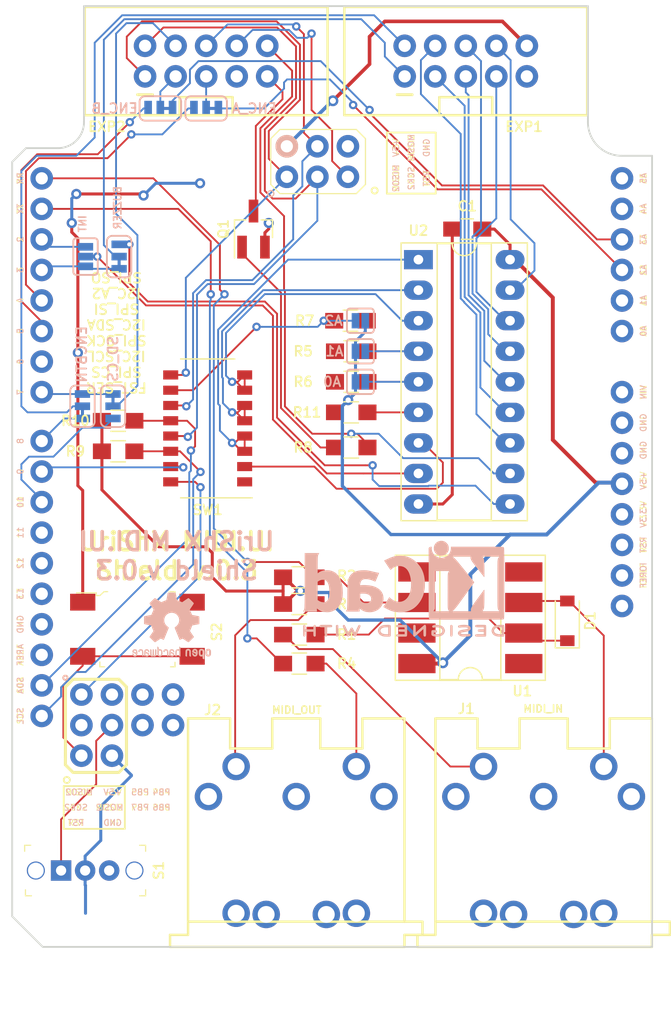
<source format=kicad_pcb>
(kicad_pcb (version 4) (host pcbnew 4.0.7-e2-6376~58~ubuntu16.04.1)
  (title_block (title MIDI_UI_ARDUINO_SHIELD) (date 2018-07-29) (rev 0.3) (company UriShX))
  (layers (0 F.Cu signal) (31 B.Cu signal) (34 B.Paste user) (35 F.Paste user) (36 B.SilkS user) (37 F.SilkS user) (38 B.Mask user) (39 F.Mask user) (44 Edge.Cuts user))
  (net 0 "")
  (net 1 VCC)
  (net 2 /ENC_A_NC)
  (net 3 /ENC_B_NC)
  (net 4 /ENC_A_NO)
  (net 5 /ENC_B_NO)
  (net 6 /SD_CS)
  (net 7 /ENC_BTN_NC)
  (net 8 /MOSI_)
  (net 9 /MISO_)
  (net 10 /SCK_)
  (net 11 GND)
  (net 12 /ARDUINO_RST)
  (net 13 /16U2_RSTJP)
  (net 14 /MIDI_IN)
  (net 15 /MIDI_OUT)
  (net 16 /BUZZER)
  (net 17 /ENC_BTN)
  (net 18 /LCDE)
  (net 19 /LCDRS)
  (net 20 /LCD4)
  (net 21 /LCD5)
  (net 22 /LCD6)
  (net 23 /LCD7)
  (net 24 /ENC_B)
  (net 25 /ENC_A)
  (net 26 "Net-(D1-Pad2)")
  (net 27 /FAST_SERIAL)
  (net 28 /EXT_INT1)
  (net 29 /SD_CS_NC/ENC_BTN_NO)
  (net 30 /EXPANDER_CS)
  (net 31 /SCL)
  (net 32 /SDA)
  (net 33 "Net-(JP6-Pad1)")
  (net 34 "Net-(JP8-Pad1)")
  (net 35 "Net-(B2-PadRST2)")
  (net 36 "Net-(D1-Pad1)")
  (net 37 "Net-(J1-Pad5)")
  (net 38 "Net-(J2-Pad4)")
  (net 39 "Net-(J2-Pad5)")
  (net 40 /SD_CS_NO)
  (net 41 /GND_CTL)
  (net 42 /LCD_GND_CTL)
  (net 43 /BUZZER_)
  (net 44 /EXT_INT0)
  (net 45 /LCD&BUZZER_CS)
  (net 46 "Net-(JP1-Pad2)")
  (net 47 "Net-(JP9-Pad2)")
  (net 48 "Net-(Q1-Pad1)")
  (net 49 "Net-(R11-Pad2)")
  (net 50 "Net-(SW1-Pad3)")
  (net 51 "Net-(SW1-Pad5)")
  (net 52 "Net-(SW1-Pad7)")
  (module MyFootprintLib:2X5-SHROUDED (layer F.Cu) (at 164.465 40.64 90)
    (fp_text reference EXP2 (at -5.461 -8.255 180) (layer F.SilkS) (effects (font (size 0.8128 0.8128) (thickness 0.1524))))
    (fp_text value CONN_05X2SHD hide)
    (pad 1 thru_hole circle (at -1.27 -5.08 90) (size 1.8796 1.8796) (drill 1.016) (layers *.Cu *.Mask) (net 9 /MISO_))
    (pad 2 thru_hole circle (at 1.27 -5.08 90) (size 1.8796 1.8796) (drill 1.016) (layers *.Cu *.Mask) (net 10 /SCK_))
    (pad 3 thru_hole circle (at -1.27 -2.54 90) (size 1.8796 1.8796) (drill 1.016) (layers *.Cu *.Mask) (net 24 /ENC_B))
    (pad 4 thru_hole circle (at 1.27 -2.54 90) (size 1.8796 1.8796) (drill 1.016) (layers *.Cu *.Mask) (net 6 /SD_CS))
    (pad 5 thru_hole circle (at -1.27 0 90) (size 1.8796 1.8796) (drill 1.016) (layers *.Cu *.Mask) (net 25 /ENC_A))
    (pad 6 thru_hole circle (at 1.27 0 90) (size 1.8796 1.8796) (drill 1.016) (layers *.Cu *.Mask) (net 8 /MOSI_))
    (pad 7 thru_hole circle (at -1.27 2.54 90) (size 1.8796 1.8796) (drill 1.016) (layers *.Cu *.Mask))
    (pad 8 thru_hole circle (at 1.27 2.54 90) (size 1.8796 1.8796) (drill 1.016) (layers *.Cu *.Mask) (net 12 /ARDUINO_RST))
    (pad 9 thru_hole circle (at -1.27 5.08 90) (size 1.8796 1.8796) (drill 1.016) (layers *.Cu *.Mask) (net 42 /LCD_GND_CTL))
    (pad 10 thru_hole circle (at 1.27 5.08 90) (size 1.8796 1.8796) (drill 1.016) (layers *.Cu *.Mask) (net 41 /GND_CTL))
  )
  (module Buttons_Switches_SMD:SW_DIP_x8_W6.15mm_Slide_Omron_A6H (layer F.Cu) (at 164.592 71.1835 180)
    (fp_text reference SW1 (at 0 -6.775 180) (layer F.SilkS) (effects (font (size 0.8128 0.8128) (thickness 0.1524))))
    (fp_text value SW_DIP_x08 hide)
    (pad 1 smd rect (at -3.075 -4.445 180) (size 1.25 0.76) (layers F.Cu F.Paste F.Mask) (net 11 GND))
    (pad 9 smd rect (at 3.075 4.445 180) (size 1.25 0.76) (layers F.Cu F.Paste F.Mask) (net 9 /MISO_))
    (pad 2 smd rect (at -3.075 -3.175 180) (size 1.25 0.76) (layers F.Cu F.Paste F.Mask) (net 30 /EXPANDER_CS))
    (pad 10 smd rect (at 3.075 3.175 180) (size 1.25 0.76) (layers F.Cu F.Paste F.Mask) (net 47 "Net-(JP9-Pad2)"))
    (pad 3 smd rect (at -3.075 -1.905 180) (size 1.25 0.76) (layers F.Cu F.Paste F.Mask) (net 50 "Net-(SW1-Pad3)"))
    (pad 11 smd rect (at 3.075 1.905 180) (size 1.25 0.76) (layers F.Cu F.Paste F.Mask) (net 8 /MOSI_))
    (pad 4 smd rect (at -3.075 -0.635 180) (size 1.25 0.76) (layers F.Cu F.Paste F.Mask) (net 50 "Net-(SW1-Pad3)"))
    (pad 12 smd rect (at 3.075 0.635 180) (size 1.25 0.76) (layers F.Cu F.Paste F.Mask) (net 32 /SDA))
    (pad 5 smd rect (at -3.075 0.635 180) (size 1.25 0.76) (layers F.Cu F.Paste F.Mask) (net 51 "Net-(SW1-Pad5)"))
    (pad 13 smd rect (at 3.075 -0.635 180) (size 1.25 0.76) (layers F.Cu F.Paste F.Mask) (net 10 /SCK_))
    (pad 6 smd rect (at -3.075 1.905 180) (size 1.25 0.76) (layers F.Cu F.Paste F.Mask) (net 51 "Net-(SW1-Pad5)"))
    (pad 14 smd rect (at 3.075 -1.905 180) (size 1.25 0.76) (layers F.Cu F.Paste F.Mask) (net 31 /SCL))
    (pad 7 smd rect (at -3.075 3.175 180) (size 1.25 0.76) (layers F.Cu F.Paste F.Mask) (net 52 "Net-(SW1-Pad7)"))
    (pad 15 smd rect (at 3.075 -3.175 180) (size 1.25 0.76) (layers F.Cu F.Paste F.Mask) (net 45 /LCD&BUZZER_CS))
    (pad 8 smd rect (at -3.075 4.445 180) (size 1.25 0.76) (layers F.Cu F.Paste F.Mask) (net 52 "Net-(SW1-Pad7)"))
    (pad 16 smd rect (at 3.075 -4.445 180) (size 1.25 0.76) (layers F.Cu F.Paste F.Mask) (net 27 /FAST_SERIAL))
  )
  (module "SparkFun Jumpers:SMT-JUMPER_3_1-NC_TRACE_SILK" (layer B.Cu) (at 164.465 44.577)
    (fp_text reference JP2 hide)
    (fp_text value ENC_A (at 4.0005 0) (layer B.SilkS) (effects (font (size 0.8128 0.8128) (thickness 0.1524)) (justify mirror)))
    (fp_line (start 0 0) (end 1.016 0) (layer B.Cu) (width 0.254))
    (pad 1 smd rect (at -1.016 0) (size 0.635 1.27) (layers B.Cu B.Mask) (net 4 /ENC_A_NO))
    (pad 2 smd rect (at 0 0) (size 0.635 1.27) (layers B.Cu B.Mask) (net 25 /ENC_A))
    (pad 3 smd rect (at 1.016 0) (size 0.635 1.27) (layers B.Cu B.Mask) (net 2 /ENC_A_NC))
  )
  (module "SparkFun Jumpers:SMT-JUMPER_3_1-NC_TRACE_SILK" (layer B.Cu) (at 160.655 44.577)
    (fp_text reference JP3 hide)
    (fp_text value ENC_B (at -3.81 0) (layer B.SilkS) (effects (font (size 0.8128 0.8128) (thickness 0.1524)) (justify mirror)))
    (fp_line (start 0 0) (end 1.016 0) (layer B.Cu) (width 0.254))
    (pad 1 smd rect (at -1.016 0) (size 0.635 1.27) (layers B.Cu B.Mask) (net 5 /ENC_B_NO))
    (pad 2 smd rect (at 0 0) (size 0.635 1.27) (layers B.Cu B.Mask) (net 24 /ENC_B))
    (pad 3 smd rect (at 1.016 0) (size 0.635 1.27) (layers B.Cu B.Mask) (net 3 /ENC_B_NC))
  )
  (module "SparkFun Jumpers:SMT-JUMPER_3_1-NC_TRACE_SILK" (layer B.Cu) (at 154.178 69.342 270)
    (fp_text reference JP4 hide)
    (fp_text value ENCBTN (at -4.318 0.0635 270) (layer B.SilkS) (effects (font (size 0.8128 0.8128) (thickness 0.1524)) (justify mirror)))
    (fp_line (start 0 0) (end 1.016 0) (layer B.Cu) (width 0.254))
    (pad 1 smd rect (at -1.016 0 270) (size 0.635 1.27) (layers B.Cu B.Mask) (net 29 /SD_CS_NC/ENC_BTN_NO))
    (pad 2 smd rect (at 0 0 270) (size 0.635 1.27) (layers B.Cu B.Mask) (net 17 /ENC_BTN))
    (pad 3 smd rect (at 1.016 0 270) (size 0.635 1.27) (layers B.Cu B.Mask) (net 7 /ENC_BTN_NC))
  )
  (module "SparkFun Jumpers:SMT-JUMPER_2_NO_SILK" (layer B.Cu) (at 177.292 67.31 180)
    (fp_text reference JP6 hide)
    (fp_text value A0 (at 2.3495 0 180) (layer B.SilkS) (effects (font (size 0.8128 0.8128) (thickness 0.1524)) (justify mirror)))
    (pad 1 smd rect (at -0.4064 0 180) (size 0.635 1.27) (layers B.Cu B.Mask) (net 33 "Net-(JP6-Pad1)"))
    (pad 2 smd rect (at 0.4064 0 180) (size 0.635 1.27) (layers B.Cu B.Mask) (net 1 VCC))
  )
  (module "SparkFun Jumpers:SMT-JUMPER_3_1-NC_TRACE_SILK" (layer B.Cu) (at 156.718 69.342 90)
    (fp_text reference JP7 hide)
    (fp_text value SD_CS (at 3.937 0 90) (layer B.SilkS) (effects (font (size 0.8128 0.8128) (thickness 0.1524)) (justify mirror)))
    (fp_line (start 0 0) (end 1.016 0) (layer B.Cu) (width 0.254))
    (pad 1 smd rect (at -1.016 0 90) (size 0.635 1.27) (layers B.Cu B.Mask) (net 40 /SD_CS_NO))
    (pad 2 smd rect (at 0 0 90) (size 0.635 1.27) (layers B.Cu B.Mask) (net 6 /SD_CS))
    (pad 3 smd rect (at 1.016 0 90) (size 0.635 1.27) (layers B.Cu B.Mask) (net 29 /SD_CS_NC/ENC_BTN_NO))
  )
  (module "SparkFun Jumpers:SMT-JUMPER_2_NO_SILK" (layer B.Cu) (at 177.292 64.77 180)
    (fp_text reference JP8 hide)
    (fp_text value A1 (at 2.159 0 180) (layer B.SilkS) (effects (font (size 0.8128 0.8128) (thickness 0.1524)) (justify mirror)))
    (pad 1 smd rect (at -0.4064 0 180) (size 0.635 1.27) (layers B.Cu B.Mask) (net 34 "Net-(JP8-Pad1)"))
    (pad 2 smd rect (at 0.4064 0 180) (size 0.635 1.27) (layers B.Cu B.Mask) (net 1 VCC))
  )
  (module Capacitors_SMD:C_0805_HandSoldering (layer F.Cu) (at 186.182 54.61 180)
    (fp_text reference C1 (at 0 1.905 180) (layer F.SilkS) (effects (font (size 0.8128 0.8128) (thickness 0.1524))))
    (fp_text value 0.1UF-0603-25V-_+80_-20%_ hide)
    (pad 1 smd rect (at -1.25 0 180) (size 1.5 1.25) (layers F.Cu F.Paste F.Mask) (net 1 VCC))
    (pad 2 smd rect (at 1.25 0 180) (size 1.5 1.25) (layers F.Cu F.Paste F.Mask) (net 11 GND))
  )
  (module Diodes_SMD:D_SOD-123 (layer F.Cu) (at 194.5005 87.1855 90)
    (fp_text reference D1 (at 0 1.905 90) (layer F.SilkS) (effects (font (size 0.8128 0.8128) (thickness 0.1524))))
    (fp_text value 1N4148 hide)
    (pad 1 smd rect (at -1.65 0 90) (size 0.9 1.2) (layers F.Cu F.Paste F.Mask) (net 36 "Net-(D1-Pad1)"))
    (pad 2 smd rect (at 1.65 0 90) (size 0.9 1.2) (layers F.Cu F.Paste F.Mask) (net 26 "Net-(D1-Pad2)"))
  )
  (module "SparkFun Jumpers:SMT-JUMPER_2_NO_SILK" (layer B.Cu) (at 177.292 62.23 180)
    (fp_text reference JP9 hide)
    (fp_text value A2 (at 2.2225 0 180) (layer B.SilkS) (effects (font (size 0.8128 0.8128) (thickness 0.1524)) (justify mirror)))
    (pad 1 smd rect (at -0.4064 0 180) (size 0.635 1.27) (layers B.Cu B.Mask) (net 1 VCC))
    (pad 2 smd rect (at 0.4064 0 180) (size 0.635 1.27) (layers B.Cu B.Mask) (net 47 "Net-(JP9-Pad2)"))
  )
  (module Resistors_SMD:R_0805_HandSoldering (layer F.Cu) (at 172.212 88.3285)
    (fp_text reference R1 (at 3.937 0) (layer F.SilkS) (effects (font (size 0.8128 0.8128) (thickness 0.1524))))
    (fp_text value 220R_1_4W_5% hide)
    (pad 1 smd rect (at -1.35 0) (size 1.5 1.3) (layers F.Cu F.Paste F.Mask) (net 37 "Net-(J1-Pad5)"))
    (pad 2 smd rect (at 1.35 0) (size 1.5 1.3) (layers F.Cu F.Paste F.Mask) (net 36 "Net-(D1-Pad1)"))
  )
  (module Resistors_SMD:R_0805_HandSoldering (layer F.Cu) (at 172.212 83.566 180)
    (fp_text reference R2 (at -3.937 0.127 180) (layer F.SilkS) (effects (font (size 0.8128 0.8128) (thickness 0.1524))))
    (fp_text value 220R_1_4W_5% hide)
    (pad 1 smd rect (at -1.35 0 180) (size 1.5 1.3) (layers F.Cu F.Paste F.Mask) (net 14 /MIDI_IN))
    (pad 2 smd rect (at 1.35 0 180) (size 1.5 1.3) (layers F.Cu F.Paste F.Mask) (net 1 VCC))
  )
  (module Resistors_SMD:R_0805_HandSoldering (layer F.Cu) (at 172.212 85.7885 180)
    (fp_text reference R3 (at -3.937 0 180) (layer F.SilkS) (effects (font (size 0.8128 0.8128) (thickness 0.1524))))
    (fp_text value 220R_1_4W_5% hide)
    (pad 1 smd rect (at -1.35 0 180) (size 1.5 1.3) (layers F.Cu F.Paste F.Mask) (net 39 "Net-(J2-Pad5)"))
    (pad 2 smd rect (at 1.35 0 180) (size 1.5 1.3) (layers F.Cu F.Paste F.Mask) (net 1 VCC))
  )
  (module Resistors_SMD:R_0805_HandSoldering (layer F.Cu) (at 172.212 90.7415 180)
    (fp_text reference R4 (at -3.937 0 180) (layer F.SilkS) (effects (font (size 0.8128 0.8128) (thickness 0.1524))))
    (fp_text value 220R_1_4W_5% hide)
    (pad 1 smd rect (at -1.35 0 180) (size 1.5 1.3) (layers F.Cu F.Paste F.Mask) (net 38 "Net-(J2-Pad4)"))
    (pad 2 smd rect (at 1.35 0 180) (size 1.5 1.3) (layers F.Cu F.Paste F.Mask) (net 15 /MIDI_OUT))
  )
  (module Resistors_SMD:R_0805_HandSoldering (layer F.Cu) (at 176.53 64.77 180)
    (fp_text reference R5 (at 4.0005 0 180) (layer F.SilkS) (effects (font (size 0.8128 0.8128) (thickness 0.1524))))
    (fp_text value 10k_1_4W_5% hide)
    (pad 1 smd rect (at -1.35 0 180) (size 1.5 1.3) (layers F.Cu F.Paste F.Mask) (net 34 "Net-(JP8-Pad1)"))
    (pad 2 smd rect (at 1.35 0 180) (size 1.5 1.3) (layers F.Cu F.Paste F.Mask) (net 11 GND))
  )
  (module Resistors_SMD:R_0805_HandSoldering (layer F.Cu) (at 176.53 67.31 180)
    (fp_text reference R6 (at 4.0005 0 180) (layer F.SilkS) (effects (font (size 0.8128 0.8128) (thickness 0.1524))))
    (fp_text value 10k_1_4W_5% hide)
    (pad 1 smd rect (at -1.35 0 180) (size 1.5 1.3) (layers F.Cu F.Paste F.Mask) (net 33 "Net-(JP6-Pad1)"))
    (pad 2 smd rect (at 1.35 0 180) (size 1.5 1.3) (layers F.Cu F.Paste F.Mask) (net 11 GND))
  )
  (module Resistors_SMD:R_0805_HandSoldering (layer F.Cu) (at 176.4665 62.23)
    (fp_text reference R7 (at -3.81 0) (layer F.SilkS) (effects (font (size 0.8128 0.8128) (thickness 0.1524))))
    (fp_text value 10k_1_4W_5% hide)
    (pad 1 smd rect (at -1.35 0) (size 1.5 1.3) (layers F.Cu F.Paste F.Mask) (net 47 "Net-(JP9-Pad2)"))
    (pad 2 smd rect (at 1.35 0) (size 1.5 1.3) (layers F.Cu F.Paste F.Mask) (net 11 GND))
  )
  (module Resistors_SMD:R_0805_HandSoldering (layer F.Cu) (at 176.53 72.771)
    (fp_text reference R8 (at -4.0005 0) (layer F.SilkS) (effects (font (size 0.8128 0.8128) (thickness 0.1524))))
    (fp_text value 10k_1_4W_5% hide)
    (pad 1 smd rect (at -1.35 0) (size 1.5 1.3) (layers F.Cu F.Paste F.Mask) (net 48 "Net-(Q1-Pad1)"))
    (pad 2 smd rect (at 1.35 0) (size 1.5 1.3) (layers F.Cu F.Paste F.Mask) (net 41 /GND_CTL))
  )
  (module digikey-footprints:Switch_Tact_SMD_6x6mm (layer F.Cu) (at 158.75 87.884 270)
    (fp_text reference S2 (at 0.225 -6.6 270) (layer F.SilkS) (effects (font (size 0.8128 0.8128) (thickness 0.1524))))
    (fp_text value MOMENTARY-SWITCH-SPST-2-SMD-5.2MM hide)
    (pad 2 smd rect (at -2.25 -4.55 270) (size 1.4 2.1) (layers F.Cu F.Paste F.Mask) (net 11 GND))
    (pad 4 smd rect (at 2.25 -4.55 270) (size 1.4 2.1) (layers F.Cu F.Paste F.Mask) (net 35 "Net-(B2-PadRST2)"))
    (pad 3 smd rect (at 2.25 4.55 270) (size 1.4 2.1) (layers F.Cu F.Paste F.Mask) (net 35 "Net-(B2-PadRST2)"))
    (pad 1 smd rect (at -2.25 4.55 270) (size 1.4 2.1) (layers F.Cu F.Paste F.Mask) (net 11 GND))
  )
  (module Resistors_SMD:R_0805_HandSoldering (layer F.Cu) (at 157.146 73.0885)
    (fp_text reference R9 (at -3.556 0) (layer F.SilkS) (effects (font (size 0.8128 0.8128) (thickness 0.1524))))
    (fp_text value 4K7_1_4W_5% hide)
    (pad 1 smd rect (at -1.35 0) (size 1.5 1.3) (layers F.Cu F.Paste F.Mask) (net 1 VCC))
    (pad 2 smd rect (at 1.35 0) (size 1.5 1.3) (layers F.Cu F.Paste F.Mask) (net 31 /SCL))
  )
  (module Resistors_SMD:R_0805_HandSoldering (layer F.Cu) (at 157.146 70.5485)
    (fp_text reference R10 (at -3.556 0) (layer F.SilkS) (effects (font (size 0.8128 0.8128) (thickness 0.1524))))
    (fp_text value 4K7_1_4W_5% hide)
    (pad 1 smd rect (at -1.35 0) (size 1.5 1.3) (layers F.Cu F.Paste F.Mask) (net 1 VCC))
    (pad 2 smd rect (at 1.35 0) (size 1.5 1.3) (layers F.Cu F.Paste F.Mask) (net 32 /SDA))
  )
  (module MyFootprintLib:2X5-SHROUDED (layer F.Cu) (at 186.055 40.64 90)
    (fp_text reference EXP1 (at -5.46 4.845 180) (layer F.SilkS) (effects (font (size 0.8128 0.8128) (thickness 0.1524))))
    (fp_text value CONN_05X2SHD hide)
    (pad 1 thru_hole circle (at -1.27 -5.08 90) (size 1.8796 1.8796) (drill 1.016) (layers *.Cu *.Mask) (net 16 /BUZZER))
    (pad 2 thru_hole circle (at 1.27 -5.08 90) (size 1.8796 1.8796) (drill 1.016) (layers *.Cu *.Mask) (net 17 /ENC_BTN))
    (pad 3 thru_hole circle (at -1.27 -2.54 90) (size 1.8796 1.8796) (drill 1.016) (layers *.Cu *.Mask) (net 18 /LCDE))
    (pad 4 thru_hole circle (at 1.27 -2.54 90) (size 1.8796 1.8796) (drill 1.016) (layers *.Cu *.Mask) (net 19 /LCDRS))
    (pad 5 thru_hole circle (at -1.27 0 90) (size 1.8796 1.8796) (drill 1.016) (layers *.Cu *.Mask) (net 20 /LCD4))
    (pad 6 thru_hole circle (at 1.27 0 90) (size 1.8796 1.8796) (drill 1.016) (layers *.Cu *.Mask) (net 21 /LCD5))
    (pad 7 thru_hole circle (at -1.27 2.54 90) (size 1.8796 1.8796) (drill 1.016) (layers *.Cu *.Mask) (net 22 /LCD6))
    (pad 8 thru_hole circle (at 1.27 2.54 90) (size 1.8796 1.8796) (drill 1.016) (layers *.Cu *.Mask) (net 23 /LCD7))
    (pad 9 thru_hole circle (at -1.27 5.08 90) (size 1.8796 1.8796) (drill 1.016) (layers *.Cu *.Mask) (net 11 GND))
    (pad 10 thru_hole circle (at 1.27 5.08 90) (size 1.8796 1.8796) (drill 1.016) (layers *.Cu *.Mask) (net 1 VCC))
  )
  (module MyFootprintLib:DIN5-RA-PTH (layer F.Cu) (at 192.532 114.3)
    (fp_text reference J1 (at -6.432 -19.8 180) (layer F.SilkS) (effects (font (size 0.8128 0.8128) (thickness 0.1524))))
    (fp_text value MIDI_IN (at -0.032 -19.8) (layer F.SilkS) (effects (font (size 0.6096 0.6096) (thickness 0.127))))
    (pad "" np_thru_hole circle (at 7.3 -5) (size 2.45 2.45) (drill 2.45) (layers *.Cu *.Mask))
    (pad 1 thru_hole circle (at 7.29996 -12.49934) (size 2.286 2.286) (drill 1.39954) (layers *.Cu *.Mask))
    (pad 2 thru_hole circle (at 0 -12.49934) (size 2.286 2.286) (drill 1.39954) (layers *.Cu *.Mask))
    (pad 3 thru_hole circle (at -7.29996 -12.49934) (size 2.286 2.286) (drill 1.39954) (layers *.Cu *.Mask))
    (pad 4 thru_hole circle (at 4.99872 -14.9987) (size 2.286 2.286) (drill 1.39954) (layers *.Cu *.Mask) (net 26 "Net-(D1-Pad2)"))
    (pad 5 thru_hole circle (at -4.99872 -14.9987) (size 2.286 2.286) (drill 1.39954) (layers *.Cu *.Mask) (net 37 "Net-(J1-Pad5)"))
    (pad 6 thru_hole circle (at -4.99872 -2.79908) (size 2.286 2.286) (drill 1.39954) (layers *.Cu *.Mask))
    (pad 7 thru_hole circle (at 4.99872 -2.79908) (size 2.286 2.286) (drill 1.39954) (layers *.Cu *.Mask))
    (pad 6 thru_hole circle (at -2.5 -2.7) (size 2.286 2.286) (drill 1.39954) (layers *.Cu *.Mask))
    (pad 7 thru_hole circle (at 2.5 -2.7) (size 2.286 2.286) (drill 1.39954) (layers *.Cu *.Mask))
    (pad "" np_thru_hole circle (at -7.3 -5) (size 2.45 2.45) (drill 2.45) (layers *.Cu *.Mask))
  )
  (module MyFootprintLib:DIN5-RA-PTH (layer F.Cu) (at 171.958 114.3)
    (fp_text reference J2 (at -6.958 -19.7 180) (layer F.SilkS) (effects (font (size 0.8128 0.8128) (thickness 0.1524))))
    (fp_text value MIDI_OUT (at 0.042 -19.7 180) (layer F.SilkS) (effects (font (size 0.6096 0.6096) (thickness 0.127))))
    (pad "" np_thru_hole circle (at 7.3 -5) (size 2.45 2.45) (drill 2.45) (layers *.Cu *.Mask))
    (pad 1 thru_hole circle (at 7.29996 -12.49934) (size 2.286 2.286) (drill 1.39954) (layers *.Cu *.Mask))
    (pad 2 thru_hole circle (at 0 -12.49934) (size 2.286 2.286) (drill 1.39954) (layers *.Cu *.Mask) (net 11 GND))
    (pad 3 thru_hole circle (at -7.29996 -12.49934) (size 2.286 2.286) (drill 1.39954) (layers *.Cu *.Mask))
    (pad 4 thru_hole circle (at 4.99872 -14.9987) (size 2.286 2.286) (drill 1.39954) (layers *.Cu *.Mask) (net 38 "Net-(J2-Pad4)"))
    (pad 5 thru_hole circle (at -4.99872 -14.9987) (size 2.286 2.286) (drill 1.39954) (layers *.Cu *.Mask) (net 39 "Net-(J2-Pad5)"))
    (pad 6 thru_hole circle (at -4.99872 -2.79908) (size 2.286 2.286) (drill 1.39954) (layers *.Cu *.Mask))
    (pad 7 thru_hole circle (at 4.99872 -2.79908) (size 2.286 2.286) (drill 1.39954) (layers *.Cu *.Mask))
    (pad 6 thru_hole circle (at -2.5 -2.7) (size 2.286 2.286) (drill 1.39954) (layers *.Cu *.Mask))
    (pad 7 thru_hole circle (at 2.5 -2.7) (size 2.286 2.286) (drill 1.39954) (layers *.Cu *.Mask))
    (pad "" np_thru_hole circle (at -7.3 -5) (size 2.45 2.45) (drill 2.45) (layers *.Cu *.Mask))
  )
  (module "SparkFun Jumpers:SMT-JUMPER_3_NO_SILK" (layer B.Cu) (at 154.432 56.896 90)
    (fp_text reference JP1 hide)
    (fp_text value INT (at 2.7305 -0.254 90) (layer B.SilkS) (effects (font (size 0.6096 0.6096) (thickness 0.127)) (justify mirror)))
    (pad 1 smd rect (at -0.8128 0 90) (size 0.635 1.27) (layers B.Cu B.Mask) (net 28 /EXT_INT1))
    (pad 2 smd rect (at 0 0 90) (size 0.635 1.27) (layers B.Cu B.Mask) (net 46 "Net-(JP1-Pad2)"))
    (pad 3 smd rect (at 0.8128 0 90) (size 0.635 1.27) (layers B.Cu B.Mask) (net 44 /EXT_INT0))
  )
  (module "SparkFun Jumpers:SMT-JUMPER_3_1-NC_TRACE_SILK" (layer B.Cu) (at 157.226 56.896 270)
    (fp_text reference JP5 hide)
    (fp_text value BUZZER (at -4.064 0.127 270) (layer B.SilkS) (effects (font (size 0.6096 0.6096) (thickness 0.127)) (justify mirror)))
    (fp_line (start 0 0) (end 1.016 0) (layer B.Cu) (width 0.254))
    (pad 1 smd rect (at -1.016 0 270) (size 0.635 1.27) (layers B.Cu B.Mask) (net 43 /BUZZER_))
    (pad 2 smd rect (at 0 0 270) (size 0.635 1.27) (layers B.Cu B.Mask) (net 16 /BUZZER))
    (pad 3 smd rect (at 1.016 0 270) (size 0.635 1.27) (layers B.Cu B.Mask) (net 28 /EXT_INT1))
  )
  (module TO_SOT_Packages_SMD:SOT-23_Handsoldering (layer F.Cu) (at 168.402 54.61 90)
    (fp_text reference Q1 (at 0 -2.5 90) (layer F.SilkS) (effects (font (size 0.8128 0.8128) (thickness 0.1524))))
    (fp_text value Q_NPN_BEC_2222A hide)
    (pad 1 smd rect (at -1.5 -0.95 90) (size 1.9 0.8) (layers F.Cu F.Paste F.Mask) (net 48 "Net-(Q1-Pad1)"))
    (pad 2 smd rect (at -1.5 0.95 90) (size 1.9 0.8) (layers F.Cu F.Paste F.Mask) (net 11 GND))
    (pad 3 smd rect (at 1.5 0 90) (size 1.9 0.8) (layers F.Cu F.Paste F.Mask) (net 42 /LCD_GND_CTL))
  )
  (module Resistors_SMD:R_0805_HandSoldering (layer F.Cu) (at 176.53 69.85)
    (fp_text reference R11 (at -3.683 0) (layer F.SilkS) (effects (font (size 0.8128 0.8128) (thickness 0.1524))))
    (fp_text value 10k_1_4W_5% hide)
    (pad 1 smd rect (at -1.35 0) (size 1.5 1.3) (layers F.Cu F.Paste F.Mask) (net 1 VCC))
    (pad 2 smd rect (at 1.35 0) (size 1.5 1.3) (layers F.Cu F.Paste F.Mask) (net 49 "Net-(R11-Pad2)"))
  )
  (module Housings_DIP:DIP-8_W8.89mm_SMDSocket_LongPads (layer F.Cu) (at 186.436 86.9315 180)
    (fp_text reference U1 (at -4.318 -6.096 180) (layer F.SilkS) (effects (font (size 0.8128 0.8128) (thickness 0.1524))))
    (fp_text value OPTO_DARL_6N138S hide)
    (pad 1 smd rect (at -4.445 -3.81 180) (size 3.1 1.6) (layers F.Cu F.Paste F.Mask))
    (pad 5 smd rect (at 4.445 3.81 180) (size 3.1 1.6) (layers F.Cu F.Paste F.Mask) (net 11 GND))
    (pad 2 smd rect (at -4.445 -1.27 180) (size 3.1 1.6) (layers F.Cu F.Paste F.Mask) (net 36 "Net-(D1-Pad1)"))
    (pad 6 smd rect (at 4.445 1.27 180) (size 3.1 1.6) (layers F.Cu F.Paste F.Mask) (net 14 /MIDI_IN))
    (pad 3 smd rect (at -4.445 1.27 180) (size 3.1 1.6) (layers F.Cu F.Paste F.Mask) (net 26 "Net-(D1-Pad2)"))
    (pad 7 smd rect (at 4.445 -1.27 180) (size 3.1 1.6) (layers F.Cu F.Paste F.Mask))
    (pad 4 smd rect (at -4.445 3.81 180) (size 3.1 1.6) (layers F.Cu F.Paste F.Mask))
    (pad 8 smd rect (at 4.445 -3.81 180) (size 3.1 1.6) (layers F.Cu F.Paste F.Mask) (net 1 VCC))
  )
  (module Housings_DIP:DIP-18_W7.62mm_Socket_LongPads (layer F.Cu) (at 182.118 57.15)
    (fp_text reference U2 (at 0 -2.413) (layer F.SilkS) (effects (font (size 0.8128 0.8128) (thickness 0.1524))))
    (fp_text value MCP23S08 hide)
    (pad 1 thru_hole rect (at 0 0) (size 2.4 1.6) (drill 0.8) (layers *.Cu *.Mask) (net 50 "Net-(SW1-Pad3)"))
    (pad 10 thru_hole oval (at 7.62 20.32) (size 2.4 1.6) (drill 0.8) (layers *.Cu *.Mask) (net 43 /BUZZER_))
    (pad 2 thru_hole oval (at 0 2.54) (size 2.4 1.6) (drill 0.8) (layers *.Cu *.Mask) (net 51 "Net-(SW1-Pad5)"))
    (pad 11 thru_hole oval (at 7.62 17.78) (size 2.4 1.6) (drill 0.8) (layers *.Cu *.Mask) (net 41 /GND_CTL))
    (pad 3 thru_hole oval (at 0 5.08) (size 2.4 1.6) (drill 0.8) (layers *.Cu *.Mask) (net 52 "Net-(SW1-Pad7)"))
    (pad 12 thru_hole oval (at 7.62 15.24) (size 2.4 1.6) (drill 0.8) (layers *.Cu *.Mask) (net 19 /LCDRS))
    (pad 4 thru_hole oval (at 0 7.62) (size 2.4 1.6) (drill 0.8) (layers *.Cu *.Mask) (net 34 "Net-(JP8-Pad1)"))
    (pad 13 thru_hole oval (at 7.62 12.7) (size 2.4 1.6) (drill 0.8) (layers *.Cu *.Mask) (net 18 /LCDE))
    (pad 5 thru_hole oval (at 0 10.16) (size 2.4 1.6) (drill 0.8) (layers *.Cu *.Mask) (net 33 "Net-(JP6-Pad1)"))
    (pad 14 thru_hole oval (at 7.62 10.16) (size 2.4 1.6) (drill 0.8) (layers *.Cu *.Mask) (net 20 /LCD4))
    (pad 6 thru_hole oval (at 0 12.7) (size 2.4 1.6) (drill 0.8) (layers *.Cu *.Mask) (net 49 "Net-(R11-Pad2)"))
    (pad 15 thru_hole oval (at 7.62 7.62) (size 2.4 1.6) (drill 0.8) (layers *.Cu *.Mask) (net 21 /LCD5))
    (pad 7 thru_hole oval (at 0 15.24) (size 2.4 1.6) (drill 0.8) (layers *.Cu *.Mask) (net 30 /EXPANDER_CS))
    (pad 16 thru_hole oval (at 7.62 5.08) (size 2.4 1.6) (drill 0.8) (layers *.Cu *.Mask) (net 22 /LCD6))
    (pad 8 thru_hole oval (at 0 17.78) (size 2.4 1.6) (drill 0.8) (layers *.Cu *.Mask) (net 46 "Net-(JP1-Pad2)"))
    (pad 17 thru_hole oval (at 7.62 2.54) (size 2.4 1.6) (drill 0.8) (layers *.Cu *.Mask) (net 23 /LCD7))
    (pad 9 thru_hole oval (at 0 20.32) (size 2.4 1.6) (drill 0.8) (layers *.Cu *.Mask) (net 11 GND))
    (pad 18 thru_hole oval (at 7.62 0) (size 2.4 1.6) (drill 0.8) (layers *.Cu *.Mask) (net 1 VCC))
  )
  (module MyFootprintLib:Switch_Slide_Right_Angle_8.6X4.4mm_C&K_OS102011MA1QS1 (layer F.Cu) (at 152.4 107.95)
    (fp_text reference S1 (at 8.128 0 90) (layer F.SilkS) (effects (font (size 0.8128 0.8128) (thickness 0.1524))))
    (fp_text value SWITCH-SPDT-SMD-RIGHT-ANGLE hide)
    (pad 1 thru_hole rect (at 0 0) (size 1.7 1.7) (drill 0.85) (layers *.Cu *.Mask) (net 13 /16U2_RSTJP))
    (pad 2 thru_hole circle (at 2 0) (size 1.7 1.7) (drill 0.85) (layers *.Cu *.Mask) (net 11 GND))
    (pad 3 thru_hole circle (at 4 0) (size 1.7 1.7) (drill 0.85) (layers *.Cu *.Mask))
    (pad "" np_thru_hole circle (at -2.1 0) (size 1.5 1.5) (drill 1.3) (layers *.Cu *.Mask))
    (pad "" np_thru_hole circle (at 6.1 0) (size 1.5 1.5) (drill 1.3) (layers *.Cu *.Mask))
  )
  (module MyFootprintLib:UNO_R3_SHIELD_16u2_BREAKOUT_wHoles (layer F.Cu) (at 148.25 105)
    (fp_text reference B2 hide)
    (fp_text value ARDUINO_UNO_R3_SHIELD_ICSP_16u2_BREAKOUT hide)
    (fp_text user GND (at 34.544 -57.15 270) (layer F.SilkS) (effects (font (size 0.5 0.5) (thickness 0.075))))
    (fp_text user SCK2 (at 33.274 -54.61 90) (layer F.SilkS) (effects (font (size 0.5 0.5) (thickness 0.075))))
    (fp_text user +5V (at 32.004 -57.15 270) (layer F.SilkS) (effects (font (size 0.5 0.5) (thickness 0.075))))
    (fp_text user RST (at 34.544 -54.61 270) (layer F.SilkS) (effects (font (size 0.5 0.5) (thickness 0.075))))
    (fp_text user MOSI2 (at 33.274 -57.15 90) (layer F.SilkS) (effects (font (size 0.5 0.5) (thickness 0.075))))
    (fp_text user MISO2 (at 32.004 -54.61 90) (layer F.SilkS) (effects (font (size 0.5 0.5) (thickness 0.075))))
    (fp_text user MISO2 (at 32.004 -54.61 90) (layer B.SilkS) (effects (font (size 0.5 0.5) (thickness 0.075)) (justify mirror)))
    (fp_text user SCK2 (at 33.274 -54.61 90) (layer B.SilkS) (effects (font (size 0.5 0.5) (thickness 0.075)) (justify mirror)))
    (fp_text user RST (at 34.544 -54.61 90) (layer B.SilkS) (effects (font (size 0.5 0.5) (thickness 0.075)) (justify mirror)))
    (fp_text user GND (at 34.544 -57.15 90) (layer B.SilkS) (effects (font (size 0.5 0.5) (thickness 0.075)) (justify mirror)))
    (fp_text user MOSI2 (at 33.274 -57.15 90) (layer B.SilkS) (effects (font (size 0.5 0.5) (thickness 0.075)) (justify mirror)))
    (fp_text user +5V (at 32.004 -57.15 90) (layer B.SilkS) (effects (font (size 0.5 0.5) (thickness 0.075)) (justify mirror)))
    (fp_text user A5 (at 52.578 -54.61 90) (layer B.SilkS) (effects (font (size 0.5 0.5) (thickness 0.075)) (justify mirror)))
    (fp_text user A4 (at 52.578 -52.07 90) (layer B.SilkS) (effects (font (size 0.5 0.5) (thickness 0.075)) (justify mirror)))
    (fp_text user A3 (at 52.578 -49.53 90) (layer B.SilkS) (effects (font (size 0.5 0.5) (thickness 0.075)) (justify mirror)))
    (fp_text user A2 (at 52.578 -46.99 90) (layer B.SilkS) (effects (font (size 0.5 0.5) (thickness 0.075)) (justify mirror)))
    (fp_text user A1 (at 52.578 -44.45 90) (layer B.SilkS) (effects (font (size 0.5 0.5) (thickness 0.075)) (justify mirror)))
    (fp_text user A0 (at 52.578 -41.91 90) (layer B.SilkS) (effects (font (size 0.5 0.5) (thickness 0.075)) (justify mirror)))
    (fp_text user VIN (at 52.578 -36.83 90) (layer B.SilkS) (effects (font (size 0.5 0.5) (thickness 0.075)) (justify mirror)))
    (fp_text user GND (at 52.578 -34.29 90) (layer B.SilkS) (effects (font (size 0.5 0.5) (thickness 0.075)) (justify mirror)))
    (fp_text user GND (at 52.578 -32.004 90) (layer B.SilkS) (effects (font (size 0.5 0.5) (thickness 0.075)) (justify mirror)))
    (fp_text user +5V (at 52.578 -29.464 90) (layer B.SilkS) (effects (font (size 0.5 0.5) (thickness 0.075)) (justify mirror)))
    (fp_text user +3.3V (at 52.578 -26.67 90) (layer B.SilkS) (effects (font (size 0.5 0.5) (thickness 0.075)) (justify mirror)))
    (fp_text user RST (at 52.578 -24.13 90) (layer B.SilkS) (effects (font (size 0.5 0.5) (thickness 0.075)) (justify mirror)))
    (fp_text user IOREF (at 52.578 -21.59 90) (layer B.SilkS) (effects (font (size 0.5 0.5) (thickness 0.075)) (justify mirror)))
    (fp_text user PB7 (at 10.722 -2.294) (layer B.SilkS) (effects (font (size 0.5 0.5) (thickness 0.075)) (justify mirror)))
    (fp_text user PB6 (at 12.5 -2.294) (layer B.SilkS) (effects (font (size 0.5 0.5) (thickness 0.075)) (justify mirror)))
    (fp_text user PB4 (at 12.5 -3.564) (layer B.SilkS) (effects (font (size 0.5 0.5) (thickness 0.075)) (justify mirror)))
    (fp_text user PB5 (at 10.722 -3.564) (layer B.SilkS) (effects (font (size 0.5 0.5) (thickness 0.075)) (justify mirror)))
    (fp_text user +5V (at 8.436 -3.564) (layer B.SilkS) (effects (font (size 0.5 0.5) (thickness 0.075)) (justify mirror)))
    (fp_text user MOSI2 (at 8.182 -2.294) (layer B.SilkS) (effects (font (size 0.5 0.5) (thickness 0.075)) (justify mirror)))
    (fp_text user GND (at 8.436 -1.024) (layer B.SilkS) (effects (font (size 0.5 0.5) (thickness 0.075)) (justify mirror)))
    (fp_text user RST (at 5.388 -1.024) (layer B.SilkS) (effects (font (size 0.5 0.5) (thickness 0.075)) (justify mirror)))
    (fp_text user SCK2 (at 5.388 -2.294) (layer B.SilkS) (effects (font (size 0.5 0.5) (thickness 0.075)) (justify mirror)))
    (fp_text user MISO2 (at 5.642 -3.564) (layer B.SilkS) (effects (font (size 0.5 0.5) (thickness 0.075)) (justify mirror)))
    (fp_text user SCL (at 0.762 -9.906 90) (layer B.SilkS) (effects (font (size 0.5 0.5) (thickness 0.075)) (justify mirror)))
    (fp_text user SDA (at 0.762 -12.446 90) (layer B.SilkS) (effects (font (size 0.5 0.5) (thickness 0.075)) (justify mirror)))
    (fp_text user AREF (at 0.762 -14.986 90) (layer B.SilkS) (effects (font (size 0.5 0.5) (thickness 0.075)) (justify mirror)))
    (fp_text user GND (at 0.762 -17.526 90) (layer B.SilkS) (effects (font (size 0.5 0.5) (thickness 0.075)) (justify mirror)))
    (fp_text user 13 (at 0.762 -20.066 90) (layer B.SilkS) (effects (font (size 0.5 0.5) (thickness 0.075)) (justify mirror)))
    (fp_text user 12 (at 0.762 -22.606 90) (layer B.SilkS) (effects (font (size 0.5 0.5) (thickness 0.075)) (justify mirror)))
    (fp_text user 11 (at 0.762 -25.146 90) (layer B.SilkS) (effects (font (size 0.5 0.5) (thickness 0.075)) (justify mirror)))
    (fp_text user 10 (at 0.762 -27.686 90) (layer B.SilkS) (effects (font (size 0.5 0.5) (thickness 0.075)) (justify mirror)))
    (fp_text user 9 (at 0.762 -30.226 90) (layer B.SilkS) (effects (font (size 0.5 0.5) (thickness 0.075)) (justify mirror)))
    (fp_text user 8 (at 0.762 -32.766 90) (layer B.SilkS) (effects (font (size 0.5 0.5) (thickness 0.075)) (justify mirror)))
    (fp_text user 7 (at 0.762 -36.83 90) (layer B.SilkS) (effects (font (size 0.5 0.5) (thickness 0.075)) (justify mirror)))
    (fp_text user 6 (at 0.762 -39.37 90) (layer B.SilkS) (effects (font (size 0.5 0.5) (thickness 0.075)) (justify mirror)))
    (fp_text user 5 (at 0.762 -41.91 90) (layer B.SilkS) (effects (font (size 0.5 0.5) (thickness 0.075)) (justify mirror)))
    (fp_text user 4 (at 0.762 -44.45 90) (layer B.SilkS) (effects (font (size 0.5 0.5) (thickness 0.075)) (justify mirror)))
    (fp_text user 3 (at 0.762 -46.99 90) (layer B.SilkS) (effects (font (size 0.5 0.5) (thickness 0.075)) (justify mirror)))
    (fp_text user 2 (at 0.762 -49.53 90) (layer B.SilkS) (effects (font (size 0.5 0.5) (thickness 0.075)) (justify mirror)))
    (fp_text user TX (at 0.762 -52.07 90) (layer B.SilkS) (effects (font (size 0.5 0.5) (thickness 0.075)) (justify mirror)))
    (fp_text user RX (at 0.762 -54.61 90) (layer B.SilkS) (effects (font (size 0.5 0.5) (thickness 0.075)) (justify mirror)))
    (fp_text user PB7 (at 10.722 -2.294) (layer F.SilkS) (effects (font (size 0.5 0.5) (thickness 0.075))))
    (fp_text user PB4 (at 12.5 -3.564) (layer F.SilkS) (effects (font (size 0.5 0.5) (thickness 0.075))))
    (fp_text user PB6 (at 12.5 -2.294) (layer F.SilkS) (effects (font (size 0.5 0.5) (thickness 0.075))))
    (fp_text user PB5 (at 10.722 -3.564) (layer F.SilkS) (effects (font (size 0.5 0.5) (thickness 0.075))))
    (fp_text user MISO2 (at 5.642 -3.564) (layer F.SilkS) (effects (font (size 0.5 0.5) (thickness 0.075))))
    (fp_text user MOSI2 (at 8.182 -2.294) (layer F.SilkS) (effects (font (size 0.5 0.5) (thickness 0.075))))
    (fp_text user RST (at 5.388 -1.024 180) (layer F.SilkS) (effects (font (size 0.5 0.5) (thickness 0.075))))
    (fp_text user +5V (at 8.436 -3.564 180) (layer F.SilkS) (effects (font (size 0.5 0.5) (thickness 0.075))))
    (fp_text user SCK2 (at 5.388 -2.294) (layer F.SilkS) (effects (font (size 0.5 0.5) (thickness 0.075))))
    (fp_text user GND (at 8.436 -1.024 180) (layer F.SilkS) (effects (font (size 0.5 0.5) (thickness 0.075))))
    (fp_text user A0 (at 52.578 -41.91 90) (layer F.SilkS) (effects (font (size 0.5 0.5) (thickness 0.075))))
    (fp_text user A1 (at 52.578 -44.45 90) (layer F.SilkS) (effects (font (size 0.5 0.5) (thickness 0.075))))
    (fp_text user A3 (at 52.578 -49.53 90) (layer F.SilkS) (effects (font (size 0.5 0.5) (thickness 0.075))))
    (fp_text user A2 (at 52.578 -46.99 90) (layer F.SilkS) (effects (font (size 0.5 0.5) (thickness 0.075))))
    (fp_text user A4 (at 52.578 -52.07 90) (layer F.SilkS) (effects (font (size 0.5 0.5) (thickness 0.075))))
    (fp_text user A5 (at 52.578 -54.61 90) (layer F.SilkS) (effects (font (size 0.5 0.5) (thickness 0.075))))
    (fp_text user GND (at 52.578 -32.004 90) (layer F.SilkS) (effects (font (size 0.5 0.5) (thickness 0.075))))
    (fp_text user GND (at 52.578 -34.29 90) (layer F.SilkS) (effects (font (size 0.5 0.5) (thickness 0.075))))
    (fp_text user +5V (at 52.578 -29.464 90) (layer F.SilkS) (effects (font (size 0.5 0.5) (thickness 0.075))))
    (fp_text user RST (at 52.578 -24.13 90) (layer F.SilkS) (effects (font (size 0.5 0.5) (thickness 0.075))))
    (fp_text user VIN (at 52.578 -36.83 90) (layer F.SilkS) (effects (font (size 0.5 0.5) (thickness 0.075))))
    (fp_text user +3.3V (at 52.578 -26.67 90) (layer F.SilkS) (effects (font (size 0.5 0.5) (thickness 0.075))))
    (fp_text user GND (at 0.762 -17.526 90) (layer F.SilkS) (effects (font (size 0.5 0.5) (thickness 0.075))))
    (fp_text user 13 (at 0.762 -20.066 90) (layer F.SilkS) (effects (font (size 0.5 0.5) (thickness 0.075))))
    (fp_text user 12 (at 0.762 -22.606 90) (layer F.SilkS) (effects (font (size 0.5 0.5) (thickness 0.075))))
    (fp_text user 11 (at 0.762 -25.146 90) (layer F.SilkS) (effects (font (size 0.5 0.5) (thickness 0.075))))
    (fp_text user AREF (at 0.762 -14.986 90) (layer F.SilkS) (effects (font (size 0.5 0.5) (thickness 0.075))))
    (fp_text user 10 (at 0.762 -27.686 90) (layer F.SilkS) (effects (font (size 0.5 0.5) (thickness 0.075))))
    (fp_text user 9 (at 0.762 -30.226 90) (layer F.SilkS) (effects (font (size 0.5 0.5) (thickness 0.075))))
    (fp_text user 8 (at 0.762 -32.766 90) (layer F.SilkS) (effects (font (size 0.5 0.5) (thickness 0.075))))
    (fp_text user 7 (at 0.762 -36.83 90) (layer F.SilkS) (effects (font (size 0.5 0.5) (thickness 0.075))))
    (fp_text user 6 (at 0.762 -39.37 90) (layer F.SilkS) (effects (font (size 0.5 0.5) (thickness 0.075))))
    (fp_text user 5 (at 0.762 -41.91 90) (layer F.SilkS) (effects (font (size 0.5 0.5) (thickness 0.075))))
    (fp_text user 4 (at 0.762 -44.45 90) (layer F.SilkS) (effects (font (size 0.5 0.5) (thickness 0.075))))
    (fp_text user 3 (at 0.762 -46.99 90) (layer F.SilkS) (effects (font (size 0.5 0.5) (thickness 0.075))))
    (fp_text user 2 (at 0.762 -49.53 90) (layer F.SilkS) (effects (font (size 0.5 0.5) (thickness 0.075))))
    (fp_text user TX (at 0.762 -52.07 90) (layer F.SilkS) (effects (font (size 0.5 0.5) (thickness 0.075))))
    (fp_text user RX (at 0.762 -54.61 90) (layer F.SilkS) (effects (font (size 0.5 0.5) (thickness 0.075))))
    (fp_text user SDA (at 0.762 -12.446 90) (layer F.SilkS) (effects (font (size 0.5 0.5) (thickness 0.075))))
    (fp_text user SCL (at 0.762 -9.906 90) (layer F.SilkS) (effects (font (size 0.5 0.5) (thickness 0.075))))
    (fp_text user IOREF (at 52.578 -21.59 90) (layer F.SilkS) (effects (font (size 0.5 0.5) (thickness 0.075))))
    (pad GND_ thru_hole circle (at 28.0035 -57.277) (size 1.8796 1.8796) (drill 1.016) (layers *.Cu *.Mask) (net 11 GND))
    (pad RST thru_hole circle (at 28.0035 -54.737) (size 1.8796 1.8796) (drill 1.016) (layers *.Cu *.Mask) (net 12 /ARDUINO_RST))
    (pad MOSI thru_hole circle (at 25.4635 -57.277) (size 1.8796 1.8796) (drill 1.016) (layers *.Cu *.Mask) (net 8 /MOSI_))
    (pad SCK thru_hole circle (at 25.4635 -54.737) (size 1.8796 1.8796) (drill 1.016) (layers *.Cu *.Mask) (net 10 /SCK_))
    (pad 5V_1 thru_hole circle (at 22.9235 -57.277) (size 1.8796 1.8796) (drill 1.016) (layers *.Cu *.SilkS *.Mask) (net 1 VCC))
    (pad MISO thru_hole circle (at 22.9235 -54.737) (size 1.8796 1.8796) (drill 1.016) (layers *.Cu *.Mask) (net 9 /MISO_))
    (pad 3.3V thru_hole circle (at 50.8 -26.67) (size 1.8796 1.8796) (drill 1.016) (layers *.Cu *.Mask))
    (pad 5V thru_hole circle (at 50.8 -29.21) (size 1.8796 1.8796) (drill 1.016) (layers *.Cu *.Mask) (net 1 VCC))
    (pad A0 thru_hole circle (at 50.8 -41.91) (size 1.8796 1.8796) (drill 1.016) (layers *.Cu *.Mask))
    (pad A1 thru_hole circle (at 50.8 -44.45) (size 1.8796 1.8796) (drill 1.016) (layers *.Cu *.Mask))
    (pad A2 thru_hole circle (at 50.8 -46.99) (size 1.8796 1.8796) (drill 1.016) (layers *.Cu *.Mask) (net 2 /ENC_A_NC))
    (pad A3 thru_hole circle (at 50.8 -49.53) (size 1.8796 1.8796) (drill 1.016) (layers *.Cu *.Mask) (net 3 /ENC_B_NC))
    (pad A4 thru_hole circle (at 50.8 -52.07) (size 1.8796 1.8796) (drill 1.016) (layers *.Cu *.Mask))
    (pad A5 thru_hole circle (at 50.8 -54.61) (size 1.8796 1.8796) (drill 1.016) (layers *.Cu *.Mask))
    (pad AREF thru_hole circle (at 2.54 -14.986) (size 1.8796 1.8796) (drill 1.016) (layers *.Cu *.Mask))
    (pad D2 thru_hole circle (at 2.54 -49.53) (size 1.8796 1.8796) (drill 1.016) (layers *.Cu *.Mask) (net 44 /EXT_INT0))
    (pad D3 thru_hole circle (at 2.54 -46.99) (size 1.8796 1.8796) (drill 1.016) (layers *.Cu *.Mask) (net 28 /EXT_INT1))
    (pad D4 thru_hole circle (at 2.54 -44.45) (size 1.8796 1.8796) (drill 1.016) (layers *.Cu *.Mask) (net 4 /ENC_A_NO))
    (pad D5 thru_hole circle (at 2.54 -41.91) (size 1.8796 1.8796) (drill 1.016) (layers *.Cu *.Mask) (net 5 /ENC_B_NO))
    (pad D6 thru_hole circle (at 2.54 -39.37) (size 1.8796 1.8796) (drill 1.016) (layers *.Cu *.Mask))
    (pad D7 thru_hole circle (at 2.54 -36.83) (size 1.8796 1.8796) (drill 1.016) (layers *.Cu *.Mask) (net 29 /SD_CS_NC/ENC_BTN_NO))
    (pad D8 thru_hole circle (at 2.54 -32.766) (size 1.8796 1.8796) (drill 1.016) (layers *.Cu *.Mask) (net 7 /ENC_BTN_NC))
    (pad D9 thru_hole circle (at 2.54 -30.226) (size 1.8796 1.8796) (drill 1.016) (layers *.Cu *.Mask) (net 45 /LCD&BUZZER_CS))
    (pad D10 thru_hole circle (at 2.54 -27.686) (size 1.8796 1.8796) (drill 1.016) (layers *.Cu *.Mask) (net 40 /SD_CS_NO))
    (pad D11 thru_hole circle (at 2.54 -25.146) (size 1.8796 1.8796) (drill 1.016) (layers *.Cu *.Mask) (net 8 /MOSI_))
    (pad D12 thru_hole circle (at 2.54 -22.606) (size 1.8796 1.8796) (drill 1.016) (layers *.Cu *.Mask) (net 9 /MISO_))
    (pad D13 thru_hole circle (at 2.54 -20.066) (size 1.8796 1.8796) (drill 1.016) (layers *.Cu *.Mask) (net 10 /SCK_))
    (pad GND@ thru_hole circle (at 50.8 -31.75) (size 1.8796 1.8796) (drill 1.016) (layers *.Cu *.Mask) (net 11 GND))
    (pad GND@ thru_hole circle (at 50.8 -34.29) (size 1.8796 1.8796) (drill 1.016) (layers *.Cu *.Mask) (net 11 GND))
    (pad GND@ thru_hole circle (at 2.54 -17.526) (size 1.8796 1.8796) (drill 1.016) (layers *.Cu *.Mask) (net 11 GND))
    (pad IORE thru_hole circle (at 50.8 -21.59) (size 1.8796 1.8796) (drill 1.016) (layers *.Cu *.Mask))
    (pad NC thru_hole circle (at 50.8 -19.05) (size 1.8796 1.8796) (drill 1.016) (layers *.Cu *.Mask))
    (pad RES thru_hole circle (at 50.8 -24.13) (size 1.8796 1.8796) (drill 1.016) (layers *.Cu *.Mask) (net 12 /ARDUINO_RST))
    (pad RX thru_hole circle (at 2.54 -54.61) (size 1.8796 1.8796) (drill 1.016) (layers *.Cu *.Mask) (net 14 /MIDI_IN))
    (pad SCL thru_hole circle (at 2.54 -9.906) (size 1.8796 1.8796) (drill 1.016) (layers *.Cu *.Mask) (net 31 /SCL))
    (pad SDA thru_hole circle (at 2.54 -12.446) (size 1.8796 1.8796) (drill 1.016) (layers *.Cu *.Mask) (net 32 /SDA))
    (pad TX thru_hole circle (at 2.54 -52.07) (size 1.8796 1.8796) (drill 1.016) (layers *.Cu *.Mask) (net 15 /MIDI_OUT))
    (pad VIN thru_hole circle (at 50.8 -36.83) (size 1.8796 1.8796) (drill 1.016) (layers *.Cu *.Mask))
    (pad SO_2 thru_hole circle (at 5.842 -11.684) (size 1.8796 1.8796) (drill 1.016) (layers *.Cu *.Mask) (net 27 /FAST_SERIAL))
    (pad 5V_2 thru_hole circle (at 8.382 -11.684) (size 1.8796 1.8796) (drill 1.016) (layers *.Cu *.Mask) (net 1 VCC))
    (pad PB5 thru_hole circle (at 10.922 -11.684) (size 1.8796 1.8796) (drill 1.016) (layers *.Cu *.Mask))
    (pad PB4 thru_hole circle (at 13.462 -11.684) (size 1.8796 1.8796) (drill 1.016) (layers *.Cu *.Mask))
    (pad SCK2 thru_hole circle (at 5.842 -9.144) (size 1.8796 1.8796) (drill 1.016) (layers *.Cu *.Mask))
    (pad SI_2 thru_hole circle (at 8.382 -9.144) (size 1.8796 1.8796) (drill 1.016) (layers *.Cu *.Mask) (net 13 /16U2_RSTJP))
    (pad PB7 thru_hole circle (at 10.922 -9.144) (size 1.8796 1.8796) (drill 1.016) (layers *.Cu *.Mask))
    (pad PB6 thru_hole circle (at 13.462 -9.144) (size 1.8796 1.8796) (drill 1.016) (layers *.Cu *.Mask))
    (pad RST2 thru_hole circle (at 5.842 -6.604) (size 1.8796 1.8796) (drill 1.016) (layers *.Cu *.Mask) (net 35 "Net-(B2-PadRST2)"))
    (pad GND2 thru_hole circle (at 8.382 -6.604) (size 1.8796 1.8796) (drill 1.016) (layers *.Cu *.Mask) (net 11 GND))
    (pad "" np_thru_hole circle (at 2.65 -6.256) (size 3.2 3.2) (drill 3.2) (layers *.Cu *.Mask))
    (pad "" np_thru_hole circle (at 17.89 -56.856) (size 3.2 3.2) (drill 3.2) (layers *.Cu *.Mask))
    (pad "" np_thru_hole circle (at 45.94 -56.856) (size 3.2 3.2) (drill 3.2) (layers *.Cu *.Mask))
  )
  (module Symbols:OSHW-Logo2_7.3x6mm_SilkScreen (layer B.Cu) (at 161.6 87.6 180)
    (fp_text reference REF*** hide)
    (fp_text value OSHW-Logo2_7.3x6mm_SilkScreen hide)
  )
  (module Symbols:KiCad-Logo2_8mm_SilkScreen (layer B.Cu) (at 180.9 84.5 180)
    (fp_text reference REF*** hide)
    (fp_text value KiCad-Logo2_8mm_SilkScreen hide)
  )
  (gr_text "UriShX MIDI.UI\nShield v.0.3" (at 162 81.8) (layer B.SilkS) (effects (font (size 1.5 1.5) (thickness 0.3)) (justify mirror)))
  (gr_text "UriShX MIDI.UI\nShield v.0.3" (at 162 81.8) (layer F.SilkS) (effects (font (size 1.5 1.5) (thickness 0.3))))
  (gr_text "FST_SER\nSPI_CS\nI2C_SCL\nSPI_SCK\nI2C_SDA\nSPI_SI\nI2C_A2\nSPI_SO" (at 157 63.2 180) (layer F.SilkS) (effects (font (size 0.8128 0.8128) (thickness 0.1524))))
  (gr_line (start 148.336 49.022) (end 149.479 47.879) (angle 90) (layer Edge.Cuts) (width 0.15))
  (gr_line (start 148.336 111.76) (end 148.336 49.022) (angle 90) (layer Edge.Cuts) (width 0.15))
  (gr_line (start 150.876 114.3) (end 148.336 111.76) (angle 90) (layer Edge.Cuts) (width 0.15))
  (gr_line (start 201.549 114.3) (end 150.876 114.3) (angle 90) (layer Edge.Cuts) (width 0.15))
  (gr_line (start 201.549 48.514) (end 201.549 114.3) (angle 90) (layer Edge.Cuts) (width 0.15))
  (gr_line (start 199.009 48.514) (end 201.549 48.514) (angle 90) (layer Edge.Cuts) (width 0.15))
  (gr_arc (start 199.009 45.72) (end 199.009 48.514) (angle 90) (layer Edge.Cuts) (width 0.15))
  (gr_line (start 196.215 36.068) (end 196.215 45.72) (angle 90) (layer Edge.Cuts) (width 0.15))
  (gr_line (start 154.305 36.068) (end 196.215 36.068) (angle 90) (layer Edge.Cuts) (width 0.15))
  (gr_line (start 154.305 45.72) (end 154.305 36.068) (angle 90) (layer Edge.Cuts) (width 0.15))
  (gr_arc (start 152.146 45.72) (end 154.305 45.72) (angle 90) (layer Edge.Cuts) (width 0.15))
  (gr_line (start 149.479 47.879) (end 152.146 47.879) (angle 90) (layer Edge.Cuts) (width 0.15))
  (segment (start 170.862 84.709) (end 166.116 84.709) (width 0.25) (layer F.Cu) (net 1))
  (segment (start 166.116 84.709) (end 164.973 83.566) (width 0.25) (layer F.Cu) (net 1))
  (segment (start 164.973 83.566) (end 164.973 81.534) (width 0.25) (layer F.Cu) (net 1))
  (segment (start 164.465 81.026) (end 160.528 81.026) (width 0.25) (layer F.Cu) (net 1))
  (segment (start 155.796 76.294) (end 155.796 73.0885) (width 0.25) (layer F.Cu) (net 1))
  (segment (start 164.973 81.534) (end 164.465 81.026) (width 0.25) (layer F.Cu) (net 1))
  (segment (start 160.528 81.026) (end 155.796 76.294) (width 0.25) (layer F.Cu) (net 1))
  (segment (start 170.862 84.709) (end 170.862 83.566) (width 0.25) (layer F.Cu) (net 1))
  (segment (start 170.862 85.7885) (end 170.862 84.709) (width 0.25) (layer F.Cu) (net 1))
  (segment (start 184.15 90.678) (end 180.594 87.122) (width 0.275) (layer B.Cu) (net 1))
  (segment (start 180.594 87.122) (end 176.276 87.122) (width 0.275) (layer B.Cu) (net 1))
  (segment (start 176.276 87.122) (end 174.752 85.598) (width 0.275) (layer B.Cu) (net 1))
  (segment (start 174.752 85.598) (end 174.752 84.836) (width 0.275) (layer B.Cu) (net 1))
  (segment (start 174.752 84.836) (end 174.750618 84.834618) (width 0.275) (layer B.Cu) (net 1))
  (segment (start 174.750618 84.834618) (end 172.444228 84.834618) (width 0.275) (layer B.Cu) (net 1))
  (segment (start 172.444228 84.834618) (end 172.303819 84.694209) (width 0.275) (layer B.Cu) (net 1))
  (segment (start 172.090209 84.694209) (end 172.303819 84.694209) (width 0.275) (layer F.Cu) (net 1))
  (segment (start 172.056291 84.694209) (end 172.303819 84.694209) (width 0.275) (layer F.Cu) (net 1))
  (segment (start 170.862 83.566) (end 170.962 83.566) (width 0.275) (layer F.Cu) (net 1))
  (segment (start 170.962 83.566) (end 172.090209 84.694209) (width 0.275) (layer F.Cu) (net 1))
  (segment (start 170.862 85.7885) (end 170.962 85.7885) (width 0.275) (layer F.Cu) (net 1))
  (via (at 172.303819 84.694209) (size 0.85) (drill 0.45) (layers F.Cu B.Cu) (net 1))
  (segment (start 170.962 85.7885) (end 172.056291 84.694209) (width 0.275) (layer F.Cu) (net 1))
  (segment (start 175.792499 75.970499) (end 179.832 80.01) (width 0.275) (layer B.Cu) (net 1))
  (segment (start 179.832 80.01) (end 189.738 80.01) (width 0.275) (layer B.Cu) (net 1))
  (segment (start 176.276 68.834) (end 175.792499 69.317501) (width 0.275) (layer B.Cu) (net 1))
  (segment (start 175.792499 69.317501) (end 175.792499 75.970499) (width 0.275) (layer B.Cu) (net 1))
  (segment (start 184.15 90.678) (end 186.436 88.392) (width 0.325) (layer B.Cu) (net 1))
  (via (at 184.15 90.678) (size 0.9) (drill 0.5) (layers F.Cu B.Cu) (net 1))
  (segment (start 184.0865 90.7415) (end 184.15 90.678) (width 0.325) (layer F.Cu) (net 1))
  (segment (start 181.991 90.7415) (end 184.0865 90.7415) (width 0.325) (layer F.Cu) (net 1))
  (segment (start 197.104 75.692) (end 198.952 75.692) (width 0.325) (layer B.Cu) (net 1))
  (segment (start 192.786 80.01) (end 197.104 75.692) (width 0.325) (layer B.Cu) (net 1))
  (segment (start 189.738 80.01) (end 192.786 80.01) (width 0.325) (layer B.Cu) (net 1))
  (segment (start 186.436 83.312) (end 189.738 80.01) (width 0.325) (layer B.Cu) (net 1))
  (segment (start 186.436 88.392) (end 186.436 83.312) (width 0.325) (layer B.Cu) (net 1))
  (segment (start 198.952 75.692) (end 199.05 75.79) (width 0.3) (layer B.Cu) (net 1))
  (segment (start 189.738 57.15) (end 190.138 57.15) (width 0.3) (layer F.Cu) (net 1))
  (segment (start 196.85 75.692) (end 198.952 75.692) (width 0.325) (layer F.Cu) (net 1))
  (segment (start 193.294 72.136) (end 196.85 75.692) (width 0.325) (layer F.Cu) (net 1))
  (segment (start 193.294 60.306) (end 193.294 72.136) (width 0.325) (layer F.Cu) (net 1))
  (segment (start 190.138 57.15) (end 193.294 60.306) (width 0.325) (layer F.Cu) (net 1))
  (segment (start 198.952 75.692) (end 199.05 75.79) (width 0.3) (layer F.Cu) (net 1))
  (segment (start 155.796 70.5485) (end 155.796 73.0885) (width 0.25) (layer F.Cu) (net 1))
  (segment (start 176.8856 64.77) (end 176.8856 63.955298) (width 0.25) (layer B.Cu) (net 1))
  (segment (start 176.8856 63.955298) (end 177.6984 63.142498) (width 0.25) (layer B.Cu) (net 1))
  (segment (start 177.6984 63.142498) (end 177.6984 62.23) (width 0.25) (layer B.Cu) (net 1))
  (segment (start 176.8856 67.31) (end 176.8856 64.77) (width 0.25) (layer B.Cu) (net 1))
  (segment (start 176.276 68.834) (end 176.8856 68.2244) (width 0.25) (layer B.Cu) (net 1))
  (segment (start 176.8856 68.2244) (end 176.8856 67.31) (width 0.25) (layer B.Cu) (net 1))
  (segment (start 175.18 69.85) (end 175.26 69.85) (width 0.25) (layer F.Cu) (net 1))
  (segment (start 175.26 69.85) (end 176.276 68.834) (width 0.25) (layer F.Cu) (net 1))
  (via (at 176.276 68.834) (size 0.85) (drill 0.45) (layers F.Cu B.Cu) (net 1))
  (segment (start 175.006 43.942) (end 178.054 40.894) (width 0.3) (layer F.Cu) (net 1))
  (via (at 175.006 43.942) (size 0.9) (drill 0.5) (layers F.Cu B.Cu) (net 1))
  (segment (start 174.9545 43.942) (end 175.006 43.942) (width 0.3) (layer B.Cu) (net 1))
  (segment (start 171.1735 47.723) (end 174.9545 43.942) (width 0.3) (layer B.Cu) (net 1))
  (segment (start 179.324 37.338) (end 189.103 37.338) (width 0.3) (layer F.Cu) (net 1))
  (segment (start 189.103 37.338) (end 191.135 39.37) (width 0.3) (layer F.Cu) (net 1))
  (segment (start 178.054 38.608) (end 179.324 37.338) (width 0.3) (layer F.Cu) (net 1))
  (segment (start 178.054 40.894) (end 178.054 38.608) (width 0.3) (layer F.Cu) (net 1))
  (segment (start 187.432 54.61) (end 188.432 54.61) (width 0.25) (layer F.Cu) (net 1))
  (segment (start 188.432 54.61) (end 189.738 55.916) (width 0.25) (layer F.Cu) (net 1))
  (segment (start 189.738 55.916) (end 189.738 56.1) (width 0.25) (layer F.Cu) (net 1))
  (segment (start 189.738 56.1) (end 189.738 57.15) (width 0.25) (layer F.Cu) (net 1))
  (segment (start 183.701708 51.308) (end 192.348 51.308) (width 0.1524) (layer F.Cu) (net 2))
  (segment (start 192.348 51.308) (end 199.05 58.01) (width 0.1524) (layer F.Cu) (net 2))
  (segment (start 176.686854 44.293146) (end 183.701708 51.308) (width 0.1524) (layer F.Cu) (net 2))
  (segment (start 176.784 44.196) (end 176.686854 44.293146) (width 0.1524) (layer B.Cu) (net 2))
  (via (at 176.686854 44.293146) (size 0.7) (drill 0.35) (layers F.Cu B.Cu) (net 2))
  (segment (start 165.481 44.577) (end 169.291 44.577) (width 0.1524) (layer B.Cu) (net 2))
  (segment (start 169.291 44.577) (end 170.942 42.926) (width 0.1524) (layer B.Cu) (net 2))
  (segment (start 170.942 42.926) (end 170.942 42.418) (width 0.1524) (layer B.Cu) (net 2))
  (segment (start 171.196 42.164) (end 174.752 42.164) (width 0.1524) (layer B.Cu) (net 2))
  (segment (start 170.942 42.418) (end 171.196 42.164) (width 0.1524) (layer B.Cu) (net 2))
  (segment (start 174.752 42.164) (end 176.784 44.196) (width 0.1524) (layer B.Cu) (net 2))
  (segment (start 178.054 44.704) (end 173.99 40.64) (width 0.1524) (layer B.Cu) (net 3))
  (segment (start 173.99 40.64) (end 163.83 40.64) (width 0.1524) (layer B.Cu) (net 3))
  (segment (start 163.83 40.64) (end 163.116001 41.353999) (width 0.1524) (layer B.Cu) (net 3))
  (segment (start 163.116001 41.353999) (end 163.116001 42.481681) (width 0.1524) (layer B.Cu) (net 3))
  (segment (start 163.116001 42.481681) (end 161.671 43.926682) (width 0.1524) (layer B.Cu) (net 3))
  (segment (start 161.671 43.926682) (end 161.671 44.577) (width 0.1524) (layer B.Cu) (net 3))
  (segment (start 184.07659 50.98059) (end 178.054 44.958) (width 0.1524) (layer F.Cu) (net 3))
  (segment (start 178.054 44.958) (end 178.054 44.704) (width 0.1524) (layer F.Cu) (net 3))
  (via (at 178.054 44.704) (size 0.7) (drill 0.35) (layers F.Cu B.Cu) (net 3))
  (segment (start 192.483617 50.98059) (end 184.07659 50.98059) (width 0.1524) (layer F.Cu) (net 3))
  (segment (start 196.973026 55.47) (end 192.483617 50.98059) (width 0.1524) (layer F.Cu) (net 3))
  (segment (start 199.05 55.47) (end 196.973026 55.47) (width 0.1524) (layer F.Cu) (net 3))
  (segment (start 157.892001 47.085999) (end 158.242 46.736) (width 0.1524) (layer F.Cu) (net 4))
  (segment (start 156.263589 48.714411) (end 157.892001 47.085999) (width 0.1524) (layer F.Cu) (net 4))
  (segment (start 150.548591 48.714411) (end 156.263589 48.714411) (width 0.1524) (layer F.Cu) (net 4))
  (segment (start 149.479 49.784002) (end 150.548591 48.714411) (width 0.1524) (layer F.Cu) (net 4))
  (segment (start 149.479 59.239) (end 149.479 49.784002) (width 0.1524) (layer F.Cu) (net 4))
  (segment (start 150.79 60.55) (end 149.479 59.239) (width 0.1524) (layer F.Cu) (net 4))
  (segment (start 158.84304 46.736) (end 158.242 46.736) (width 0.1524) (layer B.Cu) (net 4))
  (segment (start 160.8201 46.736) (end 158.84304 46.736) (width 0.1524) (layer B.Cu) (net 4))
  (segment (start 162.9791 44.577) (end 160.8201 46.736) (width 0.1524) (layer B.Cu) (net 4))
  (segment (start 163.449 44.577) (end 162.9791 44.577) (width 0.1524) (layer B.Cu) (net 4))
  (via (at 158.242 46.736) (size 0.7) (drill 0.35) (layers F.Cu B.Cu) (net 4))
  (segment (start 150.79 63.09) (end 150.79 62.312682) (width 0.1524) (layer F.Cu) (net 5))
  (segment (start 150.412974 48.387) (end 155.448 48.387) (width 0.1524) (layer F.Cu) (net 5))
  (segment (start 150.79 62.312682) (end 149.098 60.620682) (width 0.1524) (layer F.Cu) (net 5))
  (segment (start 149.098 60.620682) (end 149.098 49.701974) (width 0.1524) (layer F.Cu) (net 5))
  (segment (start 149.098 49.701974) (end 150.412974 48.387) (width 0.1524) (layer F.Cu) (net 5))
  (segment (start 155.448 48.387) (end 158.115 45.72) (width 0.1524) (layer F.Cu) (net 5))
  (segment (start 158.115 45.72) (end 159.258 44.577) (width 0.1524) (layer B.Cu) (net 5))
  (segment (start 159.258 44.577) (end 159.639 44.577) (width 0.1524) (layer B.Cu) (net 5))
  (via (at 158.115 45.72) (size 0.7) (drill 0.35) (layers F.Cu B.Cu) (net 5))
  (segment (start 156.718 69.342) (end 157.0355 69.342) (width 0.1524) (layer B.Cu) (net 6))
  (segment (start 157.0355 69.342) (end 158.75 67.6275) (width 0.1524) (layer B.Cu) (net 6))
  (segment (start 158.75 67.6275) (end 158.75 55.118) (width 0.1524) (layer B.Cu) (net 6))
  (segment (start 158.75 55.118) (end 156.972 53.34) (width 0.1524) (layer B.Cu) (net 6))
  (segment (start 156.972 53.34) (end 156.972 38.354) (width 0.1524) (layer B.Cu) (net 6))
  (segment (start 160.985201 38.430201) (end 161.925 39.37) (width 0.1524) (layer B.Cu) (net 6))
  (segment (start 156.972 38.354) (end 157.841178 37.484822) (width 0.1524) (layer B.Cu) (net 6))
  (segment (start 157.841178 37.484822) (end 160.039822 37.484822) (width 0.1524) (layer B.Cu) (net 6))
  (segment (start 160.039822 37.484822) (end 160.985201 38.430201) (width 0.1524) (layer B.Cu) (net 6))
  (segment (start 154.178 70.358) (end 152.666 70.358) (width 0.1524) (layer B.Cu) (net 7))
  (segment (start 152.666 70.358) (end 150.79 72.234) (width 0.1524) (layer B.Cu) (net 7))
  (segment (start 163.163999 68.992001) (end 162.814 69.342) (width 0.1524) (layer B.Cu) (net 8))
  (segment (start 164.456382 58.854589) (end 163.375589 59.935382) (width 0.1524) (layer B.Cu) (net 8))
  (segment (start 171.704 55.461945) (end 168.311354 58.854589) (width 0.1524) (layer B.Cu) (net 8))
  (segment (start 172.466 51.054) (end 171.704 51.816) (width 0.1524) (layer B.Cu) (net 8))
  (segment (start 172.466 48.9705) (end 172.466 51.054) (width 0.1524) (layer B.Cu) (net 8))
  (segment (start 173.7135 47.723) (end 172.466 48.9705) (width 0.1524) (layer B.Cu) (net 8))
  (segment (start 163.375589 68.780411) (end 163.163999 68.992001) (width 0.1524) (layer B.Cu) (net 8))
  (segment (start 163.375589 59.935382) (end 163.375589 68.780411) (width 0.1524) (layer B.Cu) (net 8))
  (segment (start 161.517 69.2785) (end 162.7505 69.2785) (width 0.1524) (layer F.Cu) (net 8))
  (segment (start 168.311354 58.854589) (end 164.456382 58.854589) (width 0.1524) (layer B.Cu) (net 8))
  (segment (start 171.704 51.816) (end 171.704 55.461945) (width 0.1524) (layer B.Cu) (net 8))
  (segment (start 162.7505 69.2785) (end 162.814 69.342) (width 0.1524) (layer F.Cu) (net 8))
  (via (at 162.814 69.342) (size 0.7) (drill 0.35) (layers F.Cu B.Cu) (net 8))
  (segment (start 172.307999 38.10862) (end 171.958 37.758621) (width 0.1524) (layer F.Cu) (net 8))
  (segment (start 172.593 38.393621) (end 172.307999 38.10862) (width 0.1524) (layer F.Cu) (net 8))
  (segment (start 172.593 46.6025) (end 172.593 38.393621) (width 0.1524) (layer F.Cu) (net 8))
  (segment (start 173.7135 47.723) (end 172.593 46.6025) (width 0.1524) (layer F.Cu) (net 8))
  (segment (start 164.465 39.37) (end 166.243 37.592) (width 0.1524) (layer B.Cu) (net 8))
  (segment (start 166.243 37.592) (end 171.791379 37.592) (width 0.1524) (layer B.Cu) (net 8))
  (segment (start 171.791379 37.592) (end 171.958 37.758621) (width 0.1524) (layer B.Cu) (net 8))
  (via (at 171.958 37.758621) (size 0.7) (drill 0.35) (layers F.Cu B.Cu) (net 8))
  (segment (start 162.774379 66.053026) (end 162.774379 66.548) (width 0.1524) (layer B.Cu) (net 9))
  (segment (start 162.774379 58.662121) (end 162.774379 66.053026) (width 0.1524) (layer B.Cu) (net 9))
  (via (at 162.774379 66.548) (size 0.7) (drill 0.35) (layers F.Cu B.Cu) (net 9))
  (segment (start 171.1735 50.263) (end 162.774379 58.662121) (width 0.1524) (layer B.Cu) (net 9))
  (segment (start 162.583879 66.7385) (end 162.774379 66.548) (width 0.1524) (layer F.Cu) (net 9))
  (segment (start 161.517 66.7385) (end 162.583879 66.7385) (width 0.1524) (layer F.Cu) (net 9))
  (segment (start 171.1735 50.263) (end 169.672001 48.761501) (width 0.1524) (layer F.Cu) (net 9))
  (segment (start 169.672001 48.761501) (end 169.672001 46.455555) (width 0.1524) (layer F.Cu) (net 9))
  (segment (start 169.672001 46.455555) (end 172.265589 43.861969) (width 0.1524) (layer F.Cu) (net 9))
  (segment (start 172.265589 43.861969) (end 172.265589 39.27806) (width 0.1524) (layer F.Cu) (net 9))
  (segment (start 159.131 37.338) (end 157.861 38.608) (width 0.1524) (layer F.Cu) (net 9))
  (segment (start 172.265589 39.27806) (end 170.325529 37.338) (width 0.1524) (layer F.Cu) (net 9))
  (segment (start 170.325529 37.338) (end 159.131 37.338) (width 0.1524) (layer F.Cu) (net 9))
  (segment (start 157.861 38.608) (end 157.861 40.386) (width 0.1524) (layer F.Cu) (net 9))
  (segment (start 157.861 40.386) (end 158.445201 40.970201) (width 0.1524) (layer F.Cu) (net 9))
  (segment (start 158.445201 40.970201) (end 159.385 41.91) (width 0.1524) (layer F.Cu) (net 9))
  (segment (start 163.290999 71.532001) (end 162.941 71.882) (width 0.1524) (layer B.Cu) (net 10))
  (segment (start 163.703 71.12) (end 163.290999 71.532001) (width 0.1524) (layer B.Cu) (net 10))
  (segment (start 163.703 60.071) (end 163.703 71.12) (width 0.1524) (layer B.Cu) (net 10))
  (segment (start 164.592 59.182) (end 163.703 60.071) (width 0.1524) (layer B.Cu) (net 10))
  (segment (start 168.446973 59.182) (end 164.592 59.182) (width 0.1524) (layer B.Cu) (net 10))
  (segment (start 173.7135 53.915473) (end 168.446973 59.182) (width 0.1524) (layer B.Cu) (net 10))
  (segment (start 173.7135 50.263) (end 173.7135 53.915473) (width 0.1524) (layer B.Cu) (net 10))
  (segment (start 161.517 71.8185) (end 162.8775 71.8185) (width 0.1524) (layer F.Cu) (net 10))
  (segment (start 162.8775 71.8185) (end 162.941 71.882) (width 0.1524) (layer F.Cu) (net 10))
  (via (at 162.941 71.882) (size 0.7) (drill 0.35) (layers F.Cu B.Cu) (net 10))
  (segment (start 173.7135 50.263) (end 171.9065 52.07) (width 0.1524) (layer F.Cu) (net 10))
  (segment (start 171.9065 52.07) (end 169.9895 52.07) (width 0.1524) (layer F.Cu) (net 10))
  (segment (start 160.909 37.846) (end 160.324799 38.430201) (width 0.1524) (layer F.Cu) (net 10))
  (segment (start 169.9895 52.07) (end 169.34459 51.42509) (width 0.1524) (layer F.Cu) (net 10))
  (segment (start 169.34459 51.42509) (end 169.34459 46.319937) (width 0.1524) (layer F.Cu) (net 10))
  (segment (start 169.34459 46.319937) (end 171.938178 43.726351) (width 0.1524) (layer F.Cu) (net 10))
  (segment (start 170.3705 37.846) (end 160.909 37.846) (width 0.1524) (layer F.Cu) (net 10))
  (segment (start 171.938178 43.726351) (end 171.938178 39.413678) (width 0.1524) (layer F.Cu) (net 10))
  (segment (start 160.324799 38.430201) (end 159.385 39.37) (width 0.1524) (layer F.Cu) (net 10))
  (segment (start 171.938178 39.413678) (end 170.3705 37.846) (width 0.1524) (layer F.Cu) (net 10))
  (segment (start 153.797 64.897) (end 153.797 55.372) (width 0.25) (layer F.Cu) (net 11))
  (via (at 153.797 64.897) (size 0.85) (drill 0.45) (layers F.Cu B.Cu) (net 11))
  (segment (start 153.797 75.946) (end 153.797 64.897) (width 0.25) (layer F.Cu) (net 11))
  (segment (start 159.258 51.816) (end 160.274 50.8) (width 0.25) (layer B.Cu) (net 11))
  (segment (start 160.274 50.8) (end 163.957 50.8) (width 0.25) (layer B.Cu) (net 11))
  (via (at 163.957 50.8) (size 0.85) (drill 0.45) (layers F.Cu B.Cu) (net 11))
  (segment (start 153.67 51.689) (end 159.131 51.689) (width 0.25) (layer F.Cu) (net 11))
  (segment (start 159.131 51.689) (end 159.258 51.816) (width 0.25) (layer F.Cu) (net 11))
  (via (at 159.258 51.816) (size 0.85) (drill 0.45) (layers F.Cu B.Cu) (net 11))
  (segment (start 153.289 54.102) (end 153.289 52.07) (width 0.25) (layer B.Cu) (net 11))
  (segment (start 153.289 52.07) (end 153.67 51.689) (width 0.25) (layer B.Cu) (net 11))
  (via (at 153.67 51.689) (size 0.85) (drill 0.45) (layers F.Cu B.Cu) (net 11))
  (segment (start 153.797 55.372) (end 153.289 54.864) (width 0.25) (layer F.Cu) (net 11))
  (segment (start 153.289 54.864) (end 153.289 54.102) (width 0.25) (layer F.Cu) (net 11))
  (via (at 153.289 54.102) (size 0.85) (drill 0.45) (layers F.Cu B.Cu) (net 11))
  (segment (start 154.2 76.349) (end 153.797 75.946) (width 0.25) (layer F.Cu) (net 11))
  (segment (start 154.2 85.634) (end 154.2 76.349) (width 0.25) (layer F.Cu) (net 11))
  (segment (start 154.432 109.184081) (end 154.432 111.506) (width 0.25) (layer B.Cu) (net 11))
  (segment (start 154.4 107.95) (end 154.4 109.152081) (width 0.25) (layer B.Cu) (net 11))
  (segment (start 154.4 109.152081) (end 154.432 109.184081) (width 0.25) (layer B.Cu) (net 11))
  (segment (start 158.242 100.076) (end 158.242 100.006) (width 0.25) (layer B.Cu) (net 11))
  (segment (start 158.242 100.006) (end 156.632 98.396) (width 0.25) (layer B.Cu) (net 11))
  (segment (start 155.702 102.616) (end 158.242 100.076) (width 0.25) (layer B.Cu) (net 11))
  (segment (start 155.702 105.445919) (end 155.702 102.616) (width 0.25) (layer B.Cu) (net 11))
  (segment (start 154.4 107.95) (end 154.4 106.747919) (width 0.25) (layer B.Cu) (net 11))
  (segment (start 154.4 106.747919) (end 155.702 105.445919) (width 0.25) (layer B.Cu) (net 11))
  (segment (start 169.672 54.59) (end 169.672 54.102) (width 0.25) (layer F.Cu) (net 11))
  (via (at 169.672 54.102) (size 0.85) (drill 0.45) (layers F.Cu B.Cu) (net 11))
  (segment (start 169.352 56.11) (end 169.352 54.91) (width 0.25) (layer F.Cu) (net 11))
  (segment (start 169.352 54.91) (end 169.672 54.59) (width 0.25) (layer F.Cu) (net 11))
  (segment (start 182.118 77.47) (end 184.15 77.47) (width 0.25) (layer F.Cu) (net 11))
  (segment (start 184.15 77.47) (end 184.932 76.688) (width 0.25) (layer F.Cu) (net 11))
  (segment (start 184.932 76.688) (end 184.932 54.61) (width 0.25) (layer F.Cu) (net 11))
  (segment (start 172.878001 38.703999) (end 173.228 38.354) (width 0.1524) (layer B.Cu) (net 12))
  (segment (start 172.0136 38.703999) (end 172.878001 38.703999) (width 0.1524) (layer B.Cu) (net 12))
  (segment (start 171.356799 38.047198) (end 172.0136 38.703999) (width 0.1524) (layer B.Cu) (net 12))
  (segment (start 168.327802 38.047198) (end 171.356799 38.047198) (width 0.1524) (layer B.Cu) (net 12))
  (segment (start 167.005 39.37) (end 168.327802 38.047198) (width 0.1524) (layer B.Cu) (net 12))
  (segment (start 173.228 44.704) (end 173.228 38.848974) (width 0.1524) (layer F.Cu) (net 12))
  (segment (start 174.9425 46.4185) (end 173.228 44.704) (width 0.1524) (layer F.Cu) (net 12))
  (segment (start 174.9425 48.952) (end 174.9425 46.4185) (width 0.1524) (layer F.Cu) (net 12))
  (segment (start 176.2535 50.263) (end 174.9425 48.952) (width 0.1524) (layer F.Cu) (net 12))
  (segment (start 173.228 38.848974) (end 173.228 38.354) (width 0.1524) (layer F.Cu) (net 12))
  (via (at 173.228 38.354) (size 0.7) (drill 0.35) (layers F.Cu B.Cu) (net 12))
  (segment (start 152.4 107.95) (end 152.4 103.6955) (width 0.1524) (layer F.Cu) (net 13))
  (segment (start 155.321 97.167) (end 155.692201 96.795799) (width 0.1524) (layer F.Cu) (net 13))
  (segment (start 152.4 103.6955) (end 155.321 100.7745) (width 0.1524) (layer F.Cu) (net 13))
  (segment (start 155.321 100.7745) (end 155.321 97.167) (width 0.1524) (layer F.Cu) (net 13))
  (segment (start 155.692201 96.795799) (end 156.632 95.856) (width 0.1524) (layer F.Cu) (net 13))
  (segment (start 167.544009 81.946001) (end 167.894008 82.296) (width 0.1524) (layer B.Cu) (net 14))
  (segment (start 165.1 79.501992) (end 167.544009 81.946001) (width 0.1524) (layer B.Cu) (net 14))
  (segment (start 165.1 60.92039) (end 165.1 79.501992) (width 0.1524) (layer B.Cu) (net 14))
  (segment (start 165.989 60.03139) (end 165.1 60.92039) (width 0.1524) (layer B.Cu) (net 14))
  (segment (start 165.608 55.924973) (end 165.608 59.65039) (width 0.1524) (layer F.Cu) (net 14))
  (segment (start 165.608 59.65039) (end 165.989 60.03139) (width 0.1524) (layer F.Cu) (net 14))
  (via (at 165.989 60.03139) (size 0.7) (drill 0.35) (layers F.Cu B.Cu) (net 14))
  (segment (start 150.79 50.39) (end 160.073027 50.39) (width 0.1524) (layer F.Cu) (net 14))
  (segment (start 160.073027 50.39) (end 165.608 55.924973) (width 0.1524) (layer F.Cu) (net 14))
  (segment (start 168.432823 82.296) (end 167.894008 82.296) (width 0.1524) (layer F.Cu) (net 14))
  (segment (start 172.192 82.296) (end 168.432823 82.296) (width 0.1524) (layer F.Cu) (net 14))
  (segment (start 173.462 83.566) (end 172.192 82.296) (width 0.1524) (layer F.Cu) (net 14))
  (segment (start 173.562 83.566) (end 173.462 83.566) (width 0.1524) (layer F.Cu) (net 14))
  (via (at 167.894008 82.296) (size 0.7) (drill 0.35) (layers F.Cu B.Cu) (net 14))
  (segment (start 175.4505 83.566) (end 177.546 85.6615) (width 0.1524) (layer F.Cu) (net 14))
  (segment (start 177.546 85.6615) (end 181.991 85.6615) (width 0.1524) (layer F.Cu) (net 14))
  (segment (start 173.562 83.566) (end 175.4505 83.566) (width 0.1524) (layer F.Cu) (net 14))
  (segment (start 167.894 88.646) (end 167.894 83.185) (width 0.1524) (layer B.Cu) (net 15))
  (segment (start 164.772589 80.063589) (end 164.772589 60.599775) (width 0.1524) (layer B.Cu) (net 15))
  (segment (start 167.894 83.185) (end 164.772589 80.063589) (width 0.1524) (layer B.Cu) (net 15))
  (segment (start 164.772589 60.599775) (end 164.846 60.526364) (width 0.1524) (layer B.Cu) (net 15))
  (segment (start 164.846 60.526364) (end 164.846 60.03139) (width 0.1524) (layer B.Cu) (net 15))
  (segment (start 164.846 60.03139) (end 164.846 55.626) (width 0.1524) (layer F.Cu) (net 15))
  (segment (start 164.846 55.626) (end 162.15 52.93) (width 0.1524) (layer F.Cu) (net 15))
  (segment (start 162.15 52.93) (end 150.79 52.93) (width 0.1524) (layer F.Cu) (net 15))
  (via (at 164.846 60.03139) (size 0.7) (drill 0.35) (layers F.Cu B.Cu) (net 15))
  (segment (start 168.6665 88.646) (end 167.894 88.646) (width 0.1524) (layer F.Cu) (net 15))
  (segment (start 170.762 90.7415) (end 168.6665 88.646) (width 0.1524) (layer F.Cu) (net 15))
  (segment (start 170.862 90.7415) (end 170.762 90.7415) (width 0.1524) (layer F.Cu) (net 15))
  (via (at 167.894 88.646) (size 0.7) (drill 0.35) (layers F.Cu B.Cu) (net 15))
  (segment (start 156.9085 56.896) (end 157.226 56.896) (width 0.1524) (layer B.Cu) (net 16))
  (segment (start 155.956 55.9435) (end 156.9085 56.896) (width 0.1524) (layer B.Cu) (net 16))
  (segment (start 155.956 38.862) (end 155.956 55.9435) (width 0.1524) (layer B.Cu) (net 16))
  (segment (start 157.660589 37.157411) (end 155.956 38.862) (width 0.1524) (layer B.Cu) (net 16))
  (segment (start 177.365411 37.157411) (end 157.660589 37.157411) (width 0.1524) (layer B.Cu) (net 16))
  (segment (start 179.324 39.116) (end 177.365411 37.157411) (width 0.1524) (layer B.Cu) (net 16))
  (segment (start 180.975 41.91) (end 179.324 40.259) (width 0.1524) (layer B.Cu) (net 16))
  (segment (start 179.324 40.259) (end 179.324 39.116) (width 0.1524) (layer B.Cu) (net 16))
  (segment (start 149.098 49.784) (end 149.098 69.342) (width 0.1524) (layer B.Cu) (net 17))
  (segment (start 153.67 48.514) (end 150.368 48.514) (width 0.1524) (layer B.Cu) (net 17))
  (segment (start 155.194 46.99) (end 153.67 48.514) (width 0.1524) (layer B.Cu) (net 17))
  (segment (start 149.098 69.342) (end 149.606 69.85) (width 0.1524) (layer B.Cu) (net 17))
  (segment (start 178.435 36.83) (end 157.48 36.83) (width 0.1524) (layer B.Cu) (net 17))
  (segment (start 155.194 39.116) (end 155.194 46.99) (width 0.1524) (layer B.Cu) (net 17))
  (segment (start 180.975 39.37) (end 178.435 36.83) (width 0.1524) (layer B.Cu) (net 17))
  (segment (start 157.48 36.83) (end 155.194 39.116) (width 0.1524) (layer B.Cu) (net 17))
  (segment (start 150.368 48.514) (end 149.098 49.784) (width 0.1524) (layer B.Cu) (net 17))
  (segment (start 149.606 69.85) (end 152.8826 69.85) (width 0.1524) (layer B.Cu) (net 17))
  (segment (start 152.8826 69.85) (end 153.3906 69.342) (width 0.1524) (layer B.Cu) (net 17))
  (segment (start 153.3906 69.342) (end 154.178 69.342) (width 0.1524) (layer B.Cu) (net 17))
  (segment (start 184.454799 42.849799) (end 183.515 41.91) (width 0.1524) (layer B.Cu) (net 18))
  (segment (start 185.961767 44.356767) (end 184.454799 42.849799) (width 0.1524) (layer B.Cu) (net 18))
  (segment (start 185.961767 60.242854) (end 185.961767 44.356767) (width 0.1524) (layer B.Cu) (net 18))
  (segment (start 187.271411 61.552498) (end 185.961767 60.242854) (width 0.1524) (layer B.Cu) (net 18))
  (segment (start 189.738 69.85) (end 189.338 69.85) (width 0.1524) (layer B.Cu) (net 18))
  (segment (start 187.271411 67.783411) (end 187.271411 61.552498) (width 0.1524) (layer B.Cu) (net 18))
  (segment (start 189.338 69.85) (end 187.271411 67.783411) (width 0.1524) (layer B.Cu) (net 18))
  (segment (start 186.944 69.996) (end 189.338 72.39) (width 0.1524) (layer B.Cu) (net 19))
  (segment (start 185.928 60.672116) (end 185.928 60.706) (width 0.1524) (layer B.Cu) (net 19))
  (segment (start 182.323999 40.561001) (end 182.323999 43.385999) (width 0.1524) (layer B.Cu) (net 19))
  (segment (start 183.515 39.37) (end 182.323999 40.561001) (width 0.1524) (layer B.Cu) (net 19))
  (segment (start 182.323999 43.385999) (end 185.634356 46.696356) (width 0.1524) (layer B.Cu) (net 19))
  (segment (start 185.634356 46.696356) (end 185.634356 60.378472) (width 0.1524) (layer B.Cu) (net 19))
  (segment (start 185.634356 60.378472) (end 185.928 60.672116) (width 0.1524) (layer B.Cu) (net 19))
  (segment (start 185.928 60.706) (end 186.944 61.722) (width 0.1524) (layer B.Cu) (net 19))
  (segment (start 186.944 61.722) (end 186.944 69.996) (width 0.1524) (layer B.Cu) (net 19))
  (segment (start 189.338 72.39) (end 189.738 72.39) (width 0.1524) (layer B.Cu) (net 19))
  (segment (start 186.289178 60.107236) (end 187.598822 61.41688) (width 0.1524) (layer B.Cu) (net 20))
  (segment (start 186.289178 43.473255) (end 186.289178 60.107236) (width 0.1524) (layer B.Cu) (net 20))
  (segment (start 189.338 67.31) (end 189.738 67.31) (width 0.1524) (layer B.Cu) (net 20))
  (segment (start 187.598822 61.41688) (end 187.598822 65.570822) (width 0.1524) (layer B.Cu) (net 20))
  (segment (start 186.055 43.239077) (end 186.289178 43.473255) (width 0.1524) (layer B.Cu) (net 20))
  (segment (start 186.055 41.91) (end 186.055 43.239077) (width 0.1524) (layer B.Cu) (net 20))
  (segment (start 187.598822 65.570822) (end 189.338 67.31) (width 0.1524) (layer B.Cu) (net 20))
  (segment (start 186.616589 55.236382) (end 187.322209 54.530763) (width 0.1524) (layer B.Cu) (net 21))
  (segment (start 186.994799 40.309799) (end 186.055 39.37) (width 0.1524) (layer B.Cu) (net 21))
  (segment (start 186.616589 59.971618) (end 186.616589 55.236382) (width 0.1524) (layer B.Cu) (net 21))
  (segment (start 187.322209 40.637209) (end 186.994799 40.309799) (width 0.1524) (layer B.Cu) (net 21))
  (segment (start 187.322209 54.530763) (end 187.322209 40.637209) (width 0.1524) (layer B.Cu) (net 21))
  (segment (start 187.926233 61.281262) (end 186.616589 59.971618) (width 0.1524) (layer B.Cu) (net 21))
  (segment (start 187.926233 63.358233) (end 187.926233 61.281262) (width 0.1524) (layer B.Cu) (net 21))
  (segment (start 189.738 64.77) (end 189.338 64.77) (width 0.1524) (layer B.Cu) (net 21))
  (segment (start 189.338 64.77) (end 187.926233 63.358233) (width 0.1524) (layer B.Cu) (net 21))
  (segment (start 188.595 41.91) (end 188.595 53.721) (width 0.1524) (layer B.Cu) (net 22))
  (segment (start 186.944 55.372) (end 186.944 59.836) (width 0.1524) (layer B.Cu) (net 22))
  (segment (start 188.595 53.721) (end 186.944 55.372) (width 0.1524) (layer B.Cu) (net 22))
  (segment (start 186.944 59.836) (end 189.338 62.23) (width 0.1524) (layer B.Cu) (net 22))
  (segment (start 189.338 62.23) (end 189.738 62.23) (width 0.1524) (layer B.Cu) (net 22))
  (segment (start 191.77 55.783998) (end 191.77 58.058) (width 0.1524) (layer B.Cu) (net 23))
  (segment (start 191.77 58.058) (end 190.138 59.69) (width 0.1524) (layer B.Cu) (net 23))
  (segment (start 190.138 59.69) (end 189.738 59.69) (width 0.1524) (layer B.Cu) (net 23))
  (segment (start 189.786001 53.799999) (end 191.77 55.783998) (width 0.1524) (layer B.Cu) (net 23))
  (segment (start 188.595 39.37) (end 189.786001 40.561001) (width 0.1524) (layer B.Cu) (net 23))
  (segment (start 189.786001 40.561001) (end 189.786001 53.799999) (width 0.1524) (layer B.Cu) (net 23))
  (segment (start 161.925 41.91) (end 160.655 43.18) (width 0.1524) (layer B.Cu) (net 24))
  (segment (start 160.655 43.18) (end 160.655 44.577) (width 0.1524) (layer B.Cu) (net 24))
  (segment (start 164.465 41.91) (end 164.465 43.239077) (width 0.1524) (layer B.Cu) (net 25))
  (segment (start 164.465 43.239077) (end 164.465 44.577) (width 0.1524) (layer B.Cu) (net 25))
  (segment (start 194.5005 85.5355) (end 194.6505 85.5355) (width 0.1524) (layer F.Cu) (net 26))
  (segment (start 194.6505 85.5355) (end 197.53072 88.41572) (width 0.1524) (layer F.Cu) (net 26))
  (segment (start 197.53072 88.41572) (end 197.53072 99.3013) (width 0.1524) (layer F.Cu) (net 26))
  (segment (start 194.5005 85.5355) (end 191.007 85.5355) (width 0.1524) (layer F.Cu) (net 26))
  (segment (start 191.007 85.5355) (end 190.881 85.6615) (width 0.1524) (layer F.Cu) (net 26))
  (segment (start 154.092 93.316) (end 163.990788 83.417212) (width 0.1524) (layer B.Cu) (net 27))
  (segment (start 163.990788 83.417212) (end 163.990788 76.567974) (width 0.1524) (layer B.Cu) (net 27))
  (segment (start 163.640789 75.723001) (end 163.990788 76.073) (width 0.1524) (layer F.Cu) (net 27))
  (segment (start 163.546288 75.6285) (end 163.640789 75.723001) (width 0.1524) (layer F.Cu) (net 27))
  (segment (start 163.990788 76.567974) (end 163.990788 76.073) (width 0.1524) (layer B.Cu) (net 27))
  (via (at 163.990788 76.073) (size 0.7) (drill 0.35) (layers F.Cu B.Cu) (net 27))
  (segment (start 161.517 75.6285) (end 163.546288 75.6285) (width 0.1524) (layer F.Cu) (net 27))
  (segment (start 157.226 57.912) (end 154.6352 57.912) (width 0.1524) (layer B.Cu) (net 28))
  (segment (start 154.6352 57.912) (end 154.432 57.7088) (width 0.1524) (layer B.Cu) (net 28))
  (segment (start 154.432 57.7088) (end 151.0912 57.7088) (width 0.1524) (layer B.Cu) (net 28))
  (segment (start 151.0912 57.7088) (end 150.79 58.01) (width 0.1524) (layer B.Cu) (net 28))
  (segment (start 156.718 68.326) (end 155.9306 68.326) (width 0.1524) (layer B.Cu) (net 29))
  (segment (start 155.9306 68.326) (end 154.178 68.326) (width 0.1524) (layer B.Cu) (net 29))
  (segment (start 154.178 68.326) (end 150.946 68.326) (width 0.1524) (layer B.Cu) (net 29))
  (segment (start 150.946 68.326) (end 150.79 68.17) (width 0.1524) (layer B.Cu) (net 29))
  (segment (start 173.463471 74.3585) (end 168.4444 74.3585) (width 0.1524) (layer F.Cu) (net 30))
  (segment (start 175.304971 76.2) (end 173.463471 74.3585) (width 0.1524) (layer F.Cu) (net 30))
  (segment (start 183.642 76.2) (end 175.304971 76.2) (width 0.1524) (layer F.Cu) (net 30))
  (segment (start 184.15 75.692) (end 183.642 76.2) (width 0.1524) (layer F.Cu) (net 30))
  (segment (start 182.518 72.39) (end 184.15 74.022) (width 0.1524) (layer F.Cu) (net 30))
  (segment (start 182.118 72.39) (end 182.518 72.39) (width 0.1524) (layer F.Cu) (net 30))
  (segment (start 168.4444 74.3585) (end 167.667 74.3585) (width 0.1524) (layer F.Cu) (net 30))
  (segment (start 184.15 74.022) (end 184.15 75.692) (width 0.1524) (layer F.Cu) (net 30))
  (segment (start 181.718 72.39) (end 182.118 72.39) (width 0.1524) (layer F.Cu) (net 30))
  (segment (start 154.444 91.44) (end 163.389587 82.494413) (width 0.1524) (layer B.Cu) (net 31))
  (via (at 163.99079 74.803) (size 0.7) (drill 0.35) (layers F.Cu B.Cu) (net 31))
  (segment (start 152.4 92.71) (end 153.67 91.44) (width 0.1524) (layer B.Cu) (net 31))
  (segment (start 152.4 93.484) (end 152.4 92.71) (width 0.1524) (layer B.Cu) (net 31))
  (segment (start 150.79 95.094) (end 152.4 93.484) (width 0.1524) (layer B.Cu) (net 31))
  (segment (start 163.640791 75.152999) (end 163.99079 74.803) (width 0.1524) (layer B.Cu) (net 31))
  (segment (start 163.389587 82.494413) (end 163.389587 75.404203) (width 0.1524) (layer B.Cu) (net 31))
  (segment (start 153.67 91.44) (end 154.444 91.44) (width 0.1524) (layer B.Cu) (net 31))
  (segment (start 163.389587 75.404203) (end 163.640791 75.152999) (width 0.1524) (layer B.Cu) (net 31))
  (segment (start 163.99079 74.78489) (end 163.99079 74.803) (width 0.1524) (layer F.Cu) (net 31))
  (segment (start 162.2944 73.0885) (end 163.99079 74.78489) (width 0.1524) (layer F.Cu) (net 31))
  (segment (start 161.517 73.0885) (end 162.2944 73.0885) (width 0.1524) (layer F.Cu) (net 31))
  (segment (start 158.496 73.0885) (end 161.517 73.0885) (width 0.1524) (layer F.Cu) (net 31))
  (segment (start 163.195 73.519974) (end 163.195 73.025) (width 0.1524) (layer B.Cu) (net 32))
  (segment (start 163.195 74.709012) (end 163.195 73.519974) (width 0.1524) (layer B.Cu) (net 32))
  (segment (start 163.062176 74.841836) (end 163.195 74.709012) (width 0.1524) (layer B.Cu) (net 32))
  (segment (start 163.062176 80.281824) (end 163.062176 74.841836) (width 0.1524) (layer B.Cu) (net 32))
  (segment (start 150.79 92.554) (end 163.062176 80.281824) (width 0.1524) (layer B.Cu) (net 32))
  (segment (start 161.517 70.5485) (end 162.878278 70.5485) (width 0.1524) (layer F.Cu) (net 32))
  (segment (start 163.544999 71.215221) (end 163.544999 72.675001) (width 0.1524) (layer F.Cu) (net 32))
  (segment (start 162.878278 70.5485) (end 163.544999 71.215221) (width 0.1524) (layer F.Cu) (net 32))
  (segment (start 163.544999 72.675001) (end 163.195 73.025) (width 0.1524) (layer F.Cu) (net 32))
  (via (at 163.195 73.025) (size 0.7) (drill 0.35) (layers F.Cu B.Cu) (net 32))
  (segment (start 158.496 70.5485) (end 158.596 70.5485) (width 0.1524) (layer F.Cu) (net 32))
  (segment (start 158.496 70.5485) (end 161.517 70.5485) (width 0.1524) (layer F.Cu) (net 32))
  (segment (start 177.6984 67.31) (end 178.1683 67.31) (width 0.1524) (layer B.Cu) (net 33))
  (segment (start 178.1683 67.31) (end 182.118 67.31) (width 0.1524) (layer B.Cu) (net 33))
  (segment (start 177.88 67.31) (end 182.118 67.31) (width 0.1524) (layer F.Cu) (net 33))
  (segment (start 181.864 67.056) (end 182.118 67.31) (width 0.1524) (layer F.Cu) (net 33))
  (segment (start 177.6984 64.77) (end 182.118 64.77) (width 0.1524) (layer B.Cu) (net 34))
  (segment (start 177.88 64.77) (end 178.7824 64.77) (width 0.1524) (layer F.Cu) (net 34))
  (segment (start 178.7824 64.77) (end 182.118 64.77) (width 0.1524) (layer F.Cu) (net 34))
  (segment (start 152.5905 92.516182) (end 152.5905 96.8945) (width 0.1524) (layer F.Cu) (net 35))
  (segment (start 152.5905 96.8945) (end 154.092 98.396) (width 0.1524) (layer F.Cu) (net 35))
  (segment (start 154.2 90.134) (end 154.2 90.906682) (width 0.1524) (layer F.Cu) (net 35))
  (segment (start 154.2 90.906682) (end 152.5905 92.516182) (width 0.1524) (layer F.Cu) (net 35))
  (segment (start 154.2 90.134) (end 163.3 90.134) (width 0.1524) (layer F.Cu) (net 35))
  (segment (start 173.562 88.3285) (end 177.9905 88.3285) (width 0.1524) (layer F.Cu) (net 36))
  (segment (start 177.9905 88.3285) (end 179.324 86.995) (width 0.1524) (layer F.Cu) (net 36))
  (segment (start 179.324 86.995) (end 187.9721 86.995) (width 0.1524) (layer F.Cu) (net 36))
  (segment (start 187.9721 86.995) (end 189.1786 88.2015) (width 0.1524) (layer F.Cu) (net 36))
  (segment (start 189.1786 88.2015) (end 190.881 88.2015) (width 0.1524) (layer F.Cu) (net 36))
  (segment (start 194.5005 88.8355) (end 191.515 88.8355) (width 0.1524) (layer F.Cu) (net 36))
  (segment (start 191.515 88.8355) (end 190.881 88.2015) (width 0.1524) (layer F.Cu) (net 36))
  (segment (start 175.006 89.535) (end 184.7723 99.3013) (width 0.1524) (layer F.Cu) (net 37))
  (segment (start 184.7723 99.3013) (end 187.53328 99.3013) (width 0.1524) (layer F.Cu) (net 37))
  (segment (start 172.1685 89.535) (end 175.006 89.535) (width 0.1524) (layer F.Cu) (net 37))
  (segment (start 170.862 88.3285) (end 170.962 88.3285) (width 0.1524) (layer F.Cu) (net 37))
  (segment (start 170.962 88.3285) (end 172.1685 89.535) (width 0.1524) (layer F.Cu) (net 37))
  (segment (start 173.562 90.7415) (end 174.4644 90.7415) (width 0.1524) (layer F.Cu) (net 38))
  (segment (start 174.4644 90.7415) (end 176.95672 93.23382) (width 0.1524) (layer F.Cu) (net 38))
  (segment (start 176.95672 93.23382) (end 176.95672 97.684854) (width 0.1524) (layer F.Cu) (net 38))
  (segment (start 176.95672 97.684854) (end 176.95672 99.3013) (width 0.1524) (layer F.Cu) (net 38))
  (segment (start 173.562 85.7885) (end 173.462 85.7885) (width 0.1524) (layer F.Cu) (net 39))
  (segment (start 173.462 85.7885) (end 172.1285 87.122) (width 0.1524) (layer F.Cu) (net 39))
  (segment (start 172.1285 87.122) (end 168.148 87.122) (width 0.1524) (layer F.Cu) (net 39))
  (segment (start 168.148 87.122) (end 166.878 88.392) (width 0.1524) (layer F.Cu) (net 39))
  (segment (start 166.878 88.392) (end 166.878 99.22002) (width 0.1524) (layer F.Cu) (net 39))
  (segment (start 166.878 99.22002) (end 166.95928 99.3013) (width 0.1524) (layer F.Cu) (net 39))
  (segment (start 156.718 70.358) (end 155.956 71.12) (width 0.1524) (layer B.Cu) (net 40))
  (segment (start 155.956 71.12) (end 154.178 71.12) (width 0.1524) (layer B.Cu) (net 40))
  (segment (start 149.098 75.438) (end 150.79 77.13) (width 0.1524) (layer B.Cu) (net 40))
  (segment (start 154.178 71.12) (end 151.765 73.533) (width 0.1524) (layer B.Cu) (net 40))
  (segment (start 151.765 73.533) (end 149.733 73.533) (width 0.1524) (layer B.Cu) (net 40))
  (segment (start 149.098 74.168) (end 149.098 75.438) (width 0.1524) (layer B.Cu) (net 40))
  (segment (start 149.733 73.533) (end 149.098 74.168) (width 0.1524) (layer B.Cu) (net 40))
  (segment (start 150.79 77.13) (end 150.79 77.314) (width 0.1524) (layer B.Cu) (net 40))
  (segment (start 171.015411 59.760382) (end 171.015411 69.35191) (width 0.1524) (layer F.Cu) (net 41))
  (segment (start 168.9735 51.562) (end 170.942 53.5305) (width 0.1524) (layer F.Cu) (net 41))
  (segment (start 171.015411 69.35191) (end 173.291501 71.628) (width 0.1524) (layer F.Cu) (net 41))
  (segment (start 171.610767 41.435767) (end 171.610767 43.590733) (width 0.1524) (layer F.Cu) (net 41))
  (segment (start 171.610767 43.590733) (end 168.9735 46.228) (width 0.1524) (layer F.Cu) (net 41))
  (segment (start 169.545 39.37) (end 171.610767 41.435767) (width 0.1524) (layer F.Cu) (net 41))
  (segment (start 173.291501 71.628) (end 176.035026 71.628) (width 0.1524) (layer F.Cu) (net 41))
  (segment (start 170.942 59.686971) (end 171.015411 59.760382) (width 0.1524) (layer F.Cu) (net 41))
  (segment (start 170.942 53.5305) (end 170.942 59.686971) (width 0.1524) (layer F.Cu) (net 41))
  (segment (start 176.035026 71.628) (end 176.53 71.628) (width 0.1524) (layer F.Cu) (net 41))
  (segment (start 168.9735 46.228) (end 168.9735 51.562) (width 0.1524) (layer F.Cu) (net 41))
  (segment (start 176.53 71.628) (end 178.816 71.628) (width 0.1524) (layer B.Cu) (net 41))
  (segment (start 178.816 71.628) (end 180.848 73.66) (width 0.1524) (layer B.Cu) (net 41))
  (segment (start 180.848 73.66) (end 187.1156 73.66) (width 0.1524) (layer B.Cu) (net 41))
  (segment (start 187.1156 73.66) (end 188.3856 74.93) (width 0.1524) (layer B.Cu) (net 41))
  (segment (start 188.3856 74.93) (end 189.738 74.93) (width 0.1524) (layer B.Cu) (net 41))
  (segment (start 176.53 71.628) (end 177.038 71.628) (width 0.1524) (layer F.Cu) (net 41))
  (via (at 176.53 71.628) (size 0.7) (drill 0.35) (layers F.Cu B.Cu) (net 41))
  (segment (start 177.88 72.47) (end 177.88 72.771) (width 0.1524) (layer F.Cu) (net 41))
  (segment (start 177.038 71.628) (end 177.88 72.47) (width 0.1524) (layer F.Cu) (net 41))
  (segment (start 168.402 53.11) (end 168.5925 52.9195) (width 0.1524) (layer F.Cu) (net 42))
  (segment (start 168.5925 52.9195) (end 168.5925 46.0375) (width 0.1524) (layer F.Cu) (net 42))
  (segment (start 168.5925 46.0375) (end 170.815 43.815) (width 0.1524) (layer F.Cu) (net 42))
  (segment (start 170.815 43.815) (end 170.815 43.18) (width 0.1524) (layer F.Cu) (net 42))
  (segment (start 170.815 43.18) (end 169.545 41.91) (width 0.1524) (layer F.Cu) (net 42))
  (segment (start 158.0738 55.88) (end 158.0738 59.101132) (width 0.1524) (layer F.Cu) (net 43))
  (segment (start 158.0738 59.101132) (end 159.605258 60.63259) (width 0.1524) (layer F.Cu) (net 43))
  (segment (start 159.605258 60.63259) (end 169.34459 60.63259) (width 0.1524) (layer F.Cu) (net 43))
  (segment (start 169.34459 60.63259) (end 170.36059 61.64859) (width 0.1524) (layer F.Cu) (net 43))
  (segment (start 170.36059 61.64859) (end 170.36059 70.28459) (width 0.1524) (layer F.Cu) (net 43))
  (segment (start 170.36059 70.28459) (end 174.3298 74.2538) (width 0.1524) (layer F.Cu) (net 43))
  (segment (start 174.3298 74.2538) (end 177.70696 74.2538) (width 0.1524) (layer F.Cu) (net 43))
  (segment (start 177.70696 74.2538) (end 178.308 74.2538) (width 0.1524) (layer F.Cu) (net 43))
  (segment (start 157.226 55.88) (end 158.0738 55.88) (width 0.1524) (layer B.Cu) (net 43))
  (via (at 158.0738 55.88) (size 0.7) (drill 0.35) (layers F.Cu B.Cu) (net 43))
  (segment (start 178.85121 75.98121) (end 178.308 75.438) (width 0.1524) (layer B.Cu) (net 43))
  (segment (start 178.308 75.438) (end 178.308 74.2538) (width 0.1524) (layer B.Cu) (net 43))
  (via (at 178.308 74.2538) (size 0.7) (drill 0.35) (layers F.Cu B.Cu) (net 43))
  (segment (start 186.8616 75.946) (end 182.988635 75.946) (width 0.1524) (layer B.Cu) (net 43))
  (segment (start 182.988635 75.946) (end 182.953425 75.98121) (width 0.1524) (layer B.Cu) (net 43))
  (segment (start 182.953425 75.98121) (end 178.85121 75.98121) (width 0.1524) (layer B.Cu) (net 43))
  (segment (start 189.738 77.47) (end 188.3856 77.47) (width 0.1524) (layer B.Cu) (net 43))
  (segment (start 188.3856 77.47) (end 186.8616 75.946) (width 0.1524) (layer B.Cu) (net 43))
  (segment (start 154.432 56.0832) (end 151.4032 56.0832) (width 0.1524) (layer B.Cu) (net 44))
  (segment (start 151.4032 56.0832) (end 150.79 55.47) (width 0.1524) (layer B.Cu) (net 44))
  (segment (start 162.56 74.422) (end 151.142 74.422) (width 0.1524) (layer B.Cu) (net 45))
  (segment (start 151.142 74.422) (end 150.79 74.774) (width 0.1524) (layer B.Cu) (net 45))
  (segment (start 161.517 74.3585) (end 162.4965 74.3585) (width 0.1524) (layer F.Cu) (net 45))
  (segment (start 162.4965 74.3585) (end 162.56 74.422) (width 0.1524) (layer F.Cu) (net 45))
  (via (at 162.56 74.422) (size 0.7) (drill 0.35) (layers F.Cu B.Cu) (net 45))
  (segment (start 161.4535 74.422) (end 161.517 74.3585) (width 0.1524) (layer F.Cu) (net 45))
  (segment (start 155.405643 56.896001) (end 159.469642 60.96) (width 0.1524) (layer F.Cu) (net 46))
  (segment (start 177.546 74.93) (end 182.118 74.93) (width 0.1524) (layer F.Cu) (net 46))
  (segment (start 159.469642 60.96) (end 169.164 60.96) (width 0.1524) (layer F.Cu) (net 46))
  (segment (start 169.164 60.96) (end 170.0192 61.8152) (width 0.1524) (layer F.Cu) (net 46))
  (segment (start 170.0192 61.8152) (end 170.0192 70.4512) (width 0.1524) (layer F.Cu) (net 46))
  (segment (start 170.0192 70.4512) (end 174.498 74.93) (width 0.1524) (layer F.Cu) (net 46))
  (segment (start 174.498 74.93) (end 177.546 74.93) (width 0.1524) (layer F.Cu) (net 46))
  (segment (start 154.432 56.896) (end 155.405642 56.896) (width 0.1524) (layer B.Cu) (net 46))
  (segment (start 155.405642 56.896) (end 155.405643 56.896001) (width 0.1524) (layer B.Cu) (net 46))
  (via (at 155.405643 56.896001) (size 0.7) (drill 0.35) (layers F.Cu B.Cu) (net 46))
  (segment (start 169.150974 62.738) (end 168.656 62.738) (width 0.1524) (layer B.Cu) (net 47))
  (segment (start 173.736 62.738) (end 169.150974 62.738) (width 0.1524) (layer B.Cu) (net 47))
  (segment (start 168.306001 63.087999) (end 168.656 62.738) (width 0.1524) (layer F.Cu) (net 47))
  (segment (start 163.3855 68.0085) (end 168.306001 63.087999) (width 0.1524) (layer F.Cu) (net 47))
  (segment (start 161.517 68.0085) (end 163.3855 68.0085) (width 0.1524) (layer F.Cu) (net 47))
  (segment (start 174.244 62.23) (end 173.736 62.738) (width 0.1524) (layer B.Cu) (net 47))
  (via (at 168.656 62.738) (size 0.7) (drill 0.35) (layers F.Cu B.Cu) (net 47))
  (segment (start 174.244 62.23) (end 175.1165 62.23) (width 0.1524) (layer F.Cu) (net 47))
  (segment (start 174.244 62.23) (end 176.8856 62.23) (width 0.1524) (layer B.Cu) (net 47))
  (via (at 174.244 62.23) (size 0.7) (drill 0.35) (layers F.Cu B.Cu) (net 47))
  (segment (start 175.18 72.771) (end 173.971473 72.771) (width 0.1524) (layer F.Cu) (net 48))
  (segment (start 173.971473 72.771) (end 170.688 69.487527) (width 0.1524) (layer F.Cu) (net 48))
  (segment (start 170.688 69.487527) (end 170.688 59.896) (width 0.1524) (layer F.Cu) (net 48))
  (segment (start 170.688 59.896) (end 167.452 56.66) (width 0.1524) (layer F.Cu) (net 48))
  (segment (start 167.452 56.66) (end 167.452 56.11) (width 0.1524) (layer F.Cu) (net 48))
  (segment (start 177.88 69.85) (end 182.118 69.85) (width 0.1524) (layer F.Cu) (net 49))
  (segment (start 166.274001 72.040001) (end 166.624 72.39) (width 0.1524) (layer B.Cu) (net 50))
  (segment (start 165.608 69.297029) (end 165.608 71.374) (width 0.1524) (layer B.Cu) (net 50))
  (segment (start 165.461178 69.150207) (end 165.608 69.297029) (width 0.1524) (layer B.Cu) (net 50))
  (segment (start 165.461178 62.974764) (end 165.461178 69.150207) (width 0.1524) (layer B.Cu) (net 50))
  (segment (start 182.118 57.15) (end 171.285943 57.15) (width 0.1524) (layer B.Cu) (net 50))
  (segment (start 171.285943 57.15) (end 165.461178 62.974764) (width 0.1524) (layer B.Cu) (net 50))
  (segment (start 165.608 71.374) (end 166.274001 72.040001) (width 0.1524) (layer B.Cu) (net 50))
  (segment (start 167.422 73.0885) (end 166.7235 72.39) (width 0.1524) (layer F.Cu) (net 50))
  (segment (start 166.7235 72.39) (end 166.624 72.39) (width 0.1524) (layer F.Cu) (net 50))
  (segment (start 167.667 73.0885) (end 167.422 73.0885) (width 0.1524) (layer F.Cu) (net 50))
  (segment (start 167.422 71.8185) (end 166.8505 72.39) (width 0.1524) (layer F.Cu) (net 50))
  (segment (start 166.8505 72.39) (end 166.624 72.39) (width 0.1524) (layer F.Cu) (net 50))
  (segment (start 167.667 71.8185) (end 167.422 71.8185) (width 0.1524) (layer F.Cu) (net 50))
  (via (at 166.624 72.39) (size 0.7) (drill 0.35) (layers F.Cu B.Cu) (net 50))
  (segment (start 167.667 71.8185) (end 167.667 73.0885) (width 0.1524) (layer F.Cu) (net 50))
  (segment (start 165.788589 66.937618) (end 165.862 67.011029) (width 0.1524) (layer B.Cu) (net 51))
  (segment (start 165.862 69.088) (end 166.274001 69.500001) (width 0.1524) (layer B.Cu) (net 51))
  (segment (start 169.208971 59.69) (end 165.788589 63.110382) (width 0.1524) (layer B.Cu) (net 51))
  (segment (start 165.788589 63.110382) (end 165.788589 66.937618) (width 0.1524) (layer B.Cu) (net 51))
  (segment (start 182.118 59.69) (end 169.208971 59.69) (width 0.1524) (layer B.Cu) (net 51))
  (segment (start 166.274001 69.500001) (end 166.624 69.85) (width 0.1524) (layer B.Cu) (net 51))
  (segment (start 165.862 67.011029) (end 165.862 69.088) (width 0.1524) (layer B.Cu) (net 51))
  (segment (start 166.624 69.85) (end 166.9685 69.85) (width 0.1524) (layer F.Cu) (net 51))
  (segment (start 166.9685 69.85) (end 167.667 70.5485) (width 0.1524) (layer F.Cu) (net 51))
  (segment (start 166.624 69.85) (end 167.0955 69.85) (width 0.1524) (layer F.Cu) (net 51))
  (segment (start 167.0955 69.85) (end 167.667 69.2785) (width 0.1524) (layer F.Cu) (net 51))
  (via (at 166.624 69.85) (size 0.7) (drill 0.35) (layers F.Cu B.Cu) (net 51))
  (segment (start 167.667 69.2785) (end 167.667 70.5485) (width 0.1524) (layer F.Cu) (net 51))
  (segment (start 182.118 62.23) (end 180.7656 62.23) (width 0.1524) (layer B.Cu) (net 52))
  (segment (start 180.7656 62.23) (end 178.55301 60.01741) (width 0.1524) (layer B.Cu) (net 52))
  (segment (start 166.116 63.246) (end 166.116 66.802) (width 0.1524) (layer B.Cu) (net 52))
  (segment (start 178.55301 60.01741) (end 169.34459 60.01741) (width 0.1524) (layer B.Cu) (net 52))
  (segment (start 169.34459 60.01741) (end 166.116 63.246) (width 0.1524) (layer B.Cu) (net 52))
  (segment (start 166.116 66.802) (end 166.624 67.31) (width 0.1524) (layer B.Cu) (net 52))
  (segment (start 166.624 67.31) (end 166.9685 67.31) (width 0.1524) (layer F.Cu) (net 52))
  (segment (start 166.9685 67.31) (end 167.667 68.0085) (width 0.1524) (layer F.Cu) (net 52))
  (segment (start 166.624 67.31) (end 167.0955 67.31) (width 0.1524) (layer F.Cu) (net 52))
  (segment (start 167.0955 67.31) (end 167.667 66.7385) (width 0.1524) (layer F.Cu) (net 52))
  (via (at 166.624 67.31) (size 0.7) (drill 0.35) (layers F.Cu B.Cu) (net 52))
  (segment (start 167.667 68.0085) (end 167.667 66.7385) (width 0.1524) (layer F.Cu) (net 52))
)
</source>
